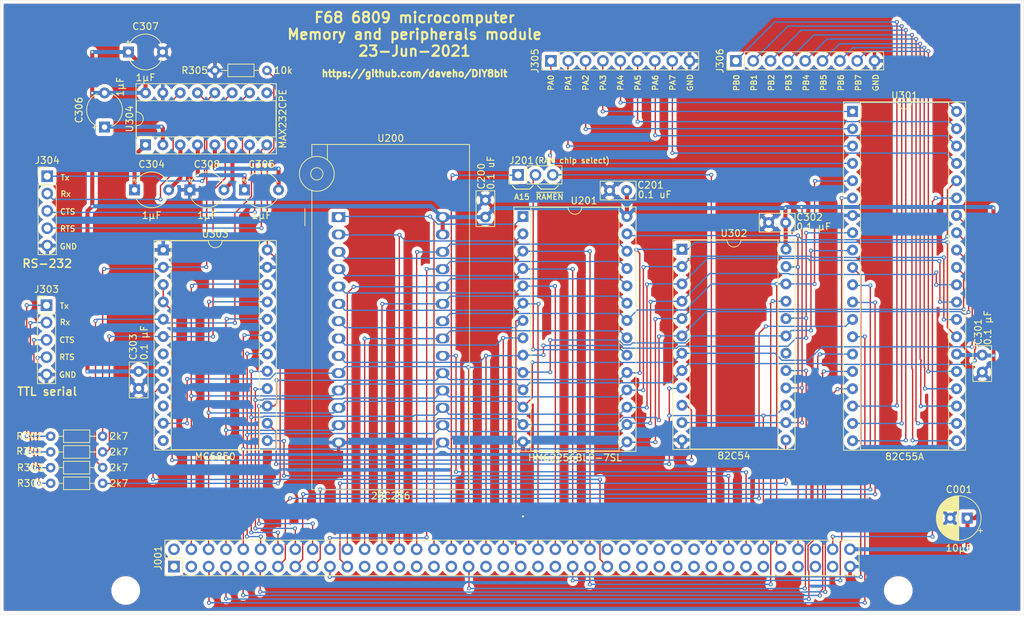
<source format=kicad_pcb>
(kicad_pcb (version 20171130) (host pcbnew 5.1.5+dfsg1-2build2)
  (title_block (rev 1))
  (layers (0 Front signal) (31 Back signal) (34 B.Paste user) (35 F.Paste user) (36 B.SilkS user) (37 F.SilkS user) (38 B.Mask user) (39 F.Mask user) (44 Edge.Cuts user))
  (net 0 "")
  (net 1 VCC)
  (net 2 GND)
  (net 3 "Net-(J001-Pad1)")
  (net 4 "Net-(J001-Pad2)")
  (net 5 /~IRQ)
  (net 6 /D0)
  (net 7 /PC0)
  (net 8 /D1)
  (net 9 /PC1)
  (net 10 /D2)
  (net 11 /PC2)
  (net 12 /D3)
  (net 13 /PC3)
  (net 14 /D4)
  (net 15 /PC4)
  (net 16 /D5)
  (net 17 /PC5)
  (net 18 /D6)
  (net 19 /PC6)
  (net 20 /D7)
  (net 21 /PC7)
  (net 22 /A8)
  (net 23 /IRQ3)
  (net 24 /A9)
  (net 25 /~IRQ1~)
  (net 26 /A10)
  (net 27 /~IRQ2~)
  (net 28 /A11)
  (net 29 /~IRQ4~)
  (net 30 /A12)
  (net 31 /~IRQ5~)
  (net 32 /A13)
  (net 33 /IRQ6)
  (net 34 /A14)
  (net 35 /~IRQ7~)
  (net 36 /A15)
  (net 37 /TCOUNT2)
  (net 38 /A0)
  (net 39 "Net-(J001-Pad37)")
  (net 40 /A1)
  (net 41 "Net-(J001-Pad39)")
  (net 42 /A2)
  (net 43 /~IOR1~)
  (net 44 /A3)
  (net 45 /~IOR2~)
  (net 46 /A4)
  (net 47 /~IOR3~)
  (net 48 /A5)
  (net 49 /~IODEV0)
  (net 50 /A6)
  (net 51 /~IODEV1)
  (net 52 /A7)
  (net 53 /~IODEV2)
  (net 54 "Net-(J001-Pad52)")
  (net 55 /~IODEV3)
  (net 56 "Net-(J001-Pad54)")
  (net 57 /~IODEV4)
  (net 58 "Net-(J001-Pad56)")
  (net 59 /~IODEV5)
  (net 60 "Net-(J001-Pad58)")
  (net 61 /~IODEV6)
  (net 62 "Net-(J001-Pad60)")
  (net 63 /~IODEV7)
  (net 64 "Net-(J001-Pad62)")
  (net 65 /~IODEV8)
  (net 66 /~IODEV9)
  (net 67 /R~W~)
  (net 68 /~IODEV10)
  (net 69 /~ROMEN~)
  (net 70 /~IODEV11)
  (net 71 /E)
  (net 72 /~IODEV12)
  (net 73 /~RMEM~)
  (net 74 /~IODEV13)
  (net 75 /~WMEM~)
  (net 76 /~IODEV14)
  (net 77 /~RST~)
  (net 78 /~IODEV15)
  (net 79 /RST)
  (net 80 "Net-(C304-Pad2)")
  (net 81 "Net-(C304-Pad1)")
  (net 82 "Net-(C305-Pad1)")
  (net 83 "Net-(C305-Pad2)")
  (net 84 "Net-(C306-Pad1)")
  (net 85 "Net-(C308-Pad2)")
  (net 86 "Net-(J303-Pad1)")
  (net 87 "Net-(J303-Pad2)")
  (net 88 "Net-(J303-Pad3)")
  (net 89 "Net-(J303-Pad4)")
  (net 90 /CorePeriphs/Ext_RTS)
  (net 91 /CorePeriphs/Ext_CTS)
  (net 92 /CorePeriphs/Ext_RxD)
  (net 93 /CorePeriphs/Ext_TxD)
  (net 94 /CorePeriphs/PA7)
  (net 95 /CorePeriphs/PA6)
  (net 96 /CorePeriphs/PA5)
  (net 97 /CorePeriphs/PA4)
  (net 98 /CorePeriphs/PA3)
  (net 99 /CorePeriphs/PA2)
  (net 100 /CorePeriphs/PA1)
  (net 101 /CorePeriphs/PA0)
  (net 102 /CorePeriphs/PB0)
  (net 103 /CorePeriphs/PB1)
  (net 104 /CorePeriphs/PB2)
  (net 105 /CorePeriphs/PB3)
  (net 106 /CorePeriphs/PB4)
  (net 107 /CorePeriphs/PB5)
  (net 108 /CorePeriphs/PB6)
  (net 109 /CorePeriphs/PB7)
  (net 110 /CorePeriphs/RxD)
  (net 111 /CorePeriphs/TxD)
  (net 112 /CorePeriphs/-RTS)
  (net 113 /CorePeriphs/-CTS)
  (net 114 "Net-(U302-Pad10)")
  (net 115 "Net-(U303-Pad7)")
  (net 116 /~RAMEN~)
  (net 117 "Net-(J201-Pad2)")
  (module MountingHole:MountingHole_3.2mm_M3 (layer Front) (at 18.4 86.5)
    (fp_text reference REF**)
    (fp_text value MountingHole_3.2mm_M3)
    (pad 1 np_thru_hole circle (at 0 0) (size 3.2 3.2) (drill 3.2) (layers *.Cu *.Mask))
  )
  (module MountingHole:MountingHole_3.2mm_M3 (layer Front) (at 131.6 86.5)
    (fp_text reference REF**)
    (fp_text value MountingHole_3.2mm_M3)
    (pad 1 np_thru_hole circle (at 0 0) (size 3.2 3.2) (drill 3.2) (layers *.Cu *.Mask))
  )
  (module Capacitor_THT:CP_Radial_D6.3mm_P2.50mm (layer Front) (at 141.7 75.9 180)
    (fp_text reference C001 (at 1.2 4.2) (layer F.SilkS))
    (fp_text value 10μF (at 1.25 -4.4) (layer F.SilkS))
    (pad 1 thru_hole rect (at 0 0 180) (size 1.6 1.6) (drill 0.8) (layers *.Cu *.Mask) (net 1 VCC))
    (pad 2 thru_hole circle (at 2.5 0 180) (size 1.6 1.6) (drill 0.8) (layers *.Cu *.Mask) (net 2 GND))
  )
  (module Capacitor_THT:C_Disc_D5.0mm_W2.5mm_P2.50mm (layer Front) (at 71.1 31.8 90)
    (fp_text reference C200 (at 6 -0.6 90) (layer F.SilkS))
    (fp_text value "0.1 uF" (at 6.5 0.8 90) (layer F.SilkS))
    (pad 1 thru_hole circle (at 0 0 90) (size 1.6 1.6) (drill 0.8) (layers *.Cu *.Mask) (net 1 VCC))
    (pad 2 thru_hole circle (at 2.5 0 90) (size 1.6 1.6) (drill 0.8) (layers *.Cu *.Mask) (net 2 GND))
  )
  (module Capacitor_THT:C_Disc_D5.0mm_W2.5mm_P2.50mm (layer Front) (at 91.8 27.9 180)
    (fp_text reference C201 (at -3.5 0.8) (layer F.SilkS))
    (fp_text value "0.1 uF" (at -4.1 -0.6) (layer F.SilkS))
    (pad 2 thru_hole circle (at 2.5 0 180) (size 1.6 1.6) (drill 0.8) (layers *.Cu *.Mask) (net 2 GND))
    (pad 1 thru_hole circle (at 0 0 180) (size 1.6 1.6) (drill 0.8) (layers *.Cu *.Mask) (net 1 VCC))
  )
  (module Capacitor_THT:C_Disc_D5.0mm_W2.5mm_P2.50mm (layer Front) (at 143.9 52 270)
    (fp_text reference C301 (at -3.4 0.6 90) (layer F.SilkS))
    (fp_text value "0.1 μF" (at -4 -0.8 90) (layer F.SilkS))
    (pad 1 thru_hole circle (at 0 0 270) (size 1.6 1.6) (drill 0.8) (layers *.Cu *.Mask) (net 1 VCC))
    (pad 2 thru_hole circle (at 2.5 0 270) (size 1.6 1.6) (drill 0.8) (layers *.Cu *.Mask) (net 2 GND))
  )
  (module Capacitor_THT:C_Disc_D5.0mm_W2.5mm_P2.50mm (layer Front) (at 115.1 32.6 180)
    (fp_text reference C302 (at -3.5 0.8) (layer F.SilkS))
    (fp_text value "0.1 μF" (at -4.1 -0.6) (layer F.SilkS))
    (pad 2 thru_hole circle (at 2.5 0 180) (size 1.6 1.6) (drill 0.8) (layers *.Cu *.Mask) (net 2 GND))
    (pad 1 thru_hole circle (at 0 0 180) (size 1.6 1.6) (drill 0.8) (layers *.Cu *.Mask) (net 1 VCC))
  )
  (module Capacitor_THT:C_Disc_D5.0mm_W2.5mm_P2.50mm (layer Front) (at 20.3 54.4 270)
    (fp_text reference C303 (at -3.6 0.8 90) (layer F.SilkS))
    (fp_text value "0.1 μF" (at -4.2 -0.8 90) (layer F.SilkS))
    (pad 1 thru_hole circle (at 0 0 270) (size 1.6 1.6) (drill 0.8) (layers *.Cu *.Mask) (net 1 VCC))
    (pad 2 thru_hole circle (at 2.5 0 270) (size 1.6 1.6) (drill 0.8) (layers *.Cu *.Mask) (net 2 GND))
  )
  (module Capacitor_THT:CP_Radial_Tantal_D5.0mm_P5.00mm (layer Front) (at 19.7 27.8)
    (fp_text reference C304 (at 2.5 -3.75) (layer F.SilkS))
    (fp_text value 1μF (at 2.5 3.75) (layer F.SilkS))
    (pad 2 thru_hole circle (at 5 0) (size 1.6 1.6) (drill 0.8) (layers *.Cu *.Mask) (net 80 "Net-(C304-Pad2)"))
    (pad 1 thru_hole rect (at 0 0) (size 1.6 1.6) (drill 0.8) (layers *.Cu *.Mask) (net 81 "Net-(C304-Pad1)"))
  )
  (module Capacitor_THT:CP_Radial_Tantal_D5.0mm_P5.00mm (layer Front) (at 35.8 27.8)
    (fp_text reference C305 (at 2.5 -3.75) (layer F.SilkS))
    (fp_text value 1μF (at 2.5 3.75) (layer F.SilkS))
    (pad 1 thru_hole rect (at 0 0) (size 1.6 1.6) (drill 0.8) (layers *.Cu *.Mask) (net 82 "Net-(C305-Pad1)"))
    (pad 2 thru_hole circle (at 5 0) (size 1.6 1.6) (drill 0.8) (layers *.Cu *.Mask) (net 83 "Net-(C305-Pad2)"))
  )
  (module Capacitor_THT:CP_Radial_Tantal_D5.0mm_P5.00mm (layer Front) (at 15.3 18.6 90)
    (fp_text reference C306 (at 2.5 -3.75 90) (layer F.SilkS))
    (fp_text value 1μF (at 5.9 2.3 90) (layer F.SilkS))
    (pad 2 thru_hole circle (at 5 0 90) (size 1.6 1.6) (drill 0.8) (layers *.Cu *.Mask) (net 1 VCC))
    (pad 1 thru_hole rect (at 0 0 90) (size 1.6 1.6) (drill 0.8) (layers *.Cu *.Mask) (net 84 "Net-(C306-Pad1)"))
  )
  (module Capacitor_THT:CP_Radial_Tantal_D5.0mm_P5.00mm (layer Front) (at 18.8 7.6)
    (fp_text reference C307 (at 2.5 -3.75) (layer F.SilkS))
    (fp_text value 1μF (at 2.5 3.75) (layer F.SilkS))
    (pad 1 thru_hole rect (at 0 0) (size 1.6 1.6) (drill 0.8) (layers *.Cu *.Mask) (net 1 VCC))
    (pad 2 thru_hole circle (at 5 0) (size 1.6 1.6) (drill 0.8) (layers *.Cu *.Mask) (net 2 GND))
  )
  (module Capacitor_THT:CP_Radial_Tantal_D5.0mm_P5.00mm (layer Front) (at 27.8 27.8)
    (fp_text reference C308 (at 2.5 -3.75) (layer F.SilkS))
    (fp_text value 1μF (at 2.5 3.75) (layer F.SilkS))
    (pad 1 thru_hole rect (at 0 0) (size 1.6 1.6) (drill 0.8) (layers *.Cu *.Mask) (net 2 GND))
    (pad 2 thru_hole circle (at 5 0) (size 1.6 1.6) (drill 0.8) (layers *.Cu *.Mask) (net 85 "Net-(C308-Pad2)"))
  )
  (module Connector_PinHeader_2.54mm:PinHeader_1x05_P2.54mm_Vertical (layer Front) (at 6.8 44.7)
    (fp_text reference J303 (at 0 -2.33) (layer F.SilkS))
    (fp_text value Conn_01x05)
    (pad 1 thru_hole rect (at 0 0) (size 1.7 1.7) (drill 1) (layers *.Cu *.Mask) (net 86 "Net-(J303-Pad1)"))
    (pad 2 thru_hole oval (at 0 2.54) (size 1.7 1.7) (drill 1) (layers *.Cu *.Mask) (net 87 "Net-(J303-Pad2)"))
    (pad 3 thru_hole oval (at 0 5.08) (size 1.7 1.7) (drill 1) (layers *.Cu *.Mask) (net 88 "Net-(J303-Pad3)"))
    (pad 4 thru_hole oval (at 0 7.62) (size 1.7 1.7) (drill 1) (layers *.Cu *.Mask) (net 89 "Net-(J303-Pad4)"))
    (pad 5 thru_hole oval (at 0 10.16) (size 1.7 1.7) (drill 1) (layers *.Cu *.Mask) (net 2 GND))
  )
  (module Connector_PinHeader_2.54mm:PinHeader_1x05_P2.54mm_Vertical (layer Front) (at 6.9 25.8)
    (fp_text reference J304 (at 0 -2.33) (layer F.SilkS))
    (fp_text value Conn_01x05)
    (pad 5 thru_hole oval (at 0 10.16) (size 1.7 1.7) (drill 1) (layers *.Cu *.Mask) (net 2 GND))
    (pad 4 thru_hole oval (at 0 7.62) (size 1.7 1.7) (drill 1) (layers *.Cu *.Mask) (net 90 /CorePeriphs/Ext_RTS))
    (pad 3 thru_hole oval (at 0 5.08) (size 1.7 1.7) (drill 1) (layers *.Cu *.Mask) (net 91 /CorePeriphs/Ext_CTS))
    (pad 2 thru_hole oval (at 0 2.54) (size 1.7 1.7) (drill 1) (layers *.Cu *.Mask) (net 92 /CorePeriphs/Ext_RxD))
    (pad 1 thru_hole rect (at 0 0) (size 1.7 1.7) (drill 1) (layers *.Cu *.Mask) (net 93 /CorePeriphs/Ext_TxD))
  )
  (module Connector_PinHeader_2.54mm:PinHeader_1x09_P2.54mm_Vertical (layer Front) (at 80.7 8.9 90)
    (fp_text reference J305 (at 0 -2.33 90) (layer F.SilkS))
    (fp_text value Conn_01x09)
    (pad 9 thru_hole oval (at 0 20.32 90) (size 1.7 1.7) (drill 1) (layers *.Cu *.Mask) (net 2 GND))
    (pad 8 thru_hole oval (at 0 17.78 90) (size 1.7 1.7) (drill 1) (layers *.Cu *.Mask) (net 94 /CorePeriphs/PA7))
    (pad 7 thru_hole oval (at 0 15.24 90) (size 1.7 1.7) (drill 1) (layers *.Cu *.Mask) (net 95 /CorePeriphs/PA6))
    (pad 6 thru_hole oval (at 0 12.7 90) (size 1.7 1.7) (drill 1) (layers *.Cu *.Mask) (net 96 /CorePeriphs/PA5))
    (pad 5 thru_hole oval (at 0 10.16 90) (size 1.7 1.7) (drill 1) (layers *.Cu *.Mask) (net 97 /CorePeriphs/PA4))
    (pad 4 thru_hole oval (at 0 7.62 90) (size 1.7 1.7) (drill 1) (layers *.Cu *.Mask) (net 98 /CorePeriphs/PA3))
    (pad 3 thru_hole oval (at 0 5.08 90) (size 1.7 1.7) (drill 1) (layers *.Cu *.Mask) (net 99 /CorePeriphs/PA2))
    (pad 2 thru_hole oval (at 0 2.54 90) (size 1.7 1.7) (drill 1) (layers *.Cu *.Mask) (net 100 /CorePeriphs/PA1))
    (pad 1 thru_hole rect (at 0 0 90) (size 1.7 1.7) (drill 1) (layers *.Cu *.Mask) (net 101 /CorePeriphs/PA0))
  )
  (module Connector_PinHeader_2.54mm:PinHeader_1x09_P2.54mm_Vertical (layer Front) (at 107.8 8.9 90)
    (fp_text reference J306 (at 0 -2.33 90) (layer F.SilkS))
    (fp_text value Conn_01x09)
    (pad 1 thru_hole rect (at 0 0 90) (size 1.7 1.7) (drill 1) (layers *.Cu *.Mask) (net 102 /CorePeriphs/PB0))
    (pad 2 thru_hole oval (at 0 2.54 90) (size 1.7 1.7) (drill 1) (layers *.Cu *.Mask) (net 103 /CorePeriphs/PB1))
    (pad 3 thru_hole oval (at 0 5.08 90) (size 1.7 1.7) (drill 1) (layers *.Cu *.Mask) (net 104 /CorePeriphs/PB2))
    (pad 4 thru_hole oval (at 0 7.62 90) (size 1.7 1.7) (drill 1) (layers *.Cu *.Mask) (net 105 /CorePeriphs/PB3))
    (pad 5 thru_hole oval (at 0 10.16 90) (size 1.7 1.7) (drill 1) (layers *.Cu *.Mask) (net 106 /CorePeriphs/PB4))
    (pad 6 thru_hole oval (at 0 12.7 90) (size 1.7 1.7) (drill 1) (layers *.Cu *.Mask) (net 107 /CorePeriphs/PB5))
    (pad 7 thru_hole oval (at 0 15.24 90) (size 1.7 1.7) (drill 1) (layers *.Cu *.Mask) (net 108 /CorePeriphs/PB6))
    (pad 8 thru_hole oval (at 0 17.78 90) (size 1.7 1.7) (drill 1) (layers *.Cu *.Mask) (net 109 /CorePeriphs/PB7))
    (pad 9 thru_hole oval (at 0 20.32 90) (size 1.7 1.7) (drill 1) (layers *.Cu *.Mask) (net 2 GND))
  )
  (module Resistor_THT:R_Axial_DIN0204_L3.6mm_D1.6mm_P7.62mm_Horizontal (layer Front) (at 7.4 63.9)
    (fp_text reference R301 (at -3.1 0) (layer F.SilkS))
    (fp_text value 2k7 (at 10 0) (layer F.SilkS))
    (pad 1 thru_hole circle (at 0 0) (size 1.4 1.4) (drill 0.7) (layers *.Cu *.Mask) (net 86 "Net-(J303-Pad1)"))
    (pad 2 thru_hole oval (at 7.62 0) (size 1.4 1.4) (drill 0.7) (layers *.Cu *.Mask) (net 110 /CorePeriphs/RxD))
  )
  (module Resistor_THT:R_Axial_DIN0204_L3.6mm_D1.6mm_P7.62mm_Horizontal (layer Front) (at 7.4 66.2)
    (fp_text reference R302 (at -3.1 -0.1) (layer F.SilkS))
    (fp_text value 2k7 (at 10 0) (layer F.SilkS))
    (pad 2 thru_hole oval (at 7.62 0) (size 1.4 1.4) (drill 0.7) (layers *.Cu *.Mask) (net 111 /CorePeriphs/TxD))
    (pad 1 thru_hole circle (at 0 0) (size 1.4 1.4) (drill 0.7) (layers *.Cu *.Mask) (net 87 "Net-(J303-Pad2)"))
  )
  (module Resistor_THT:R_Axial_DIN0204_L3.6mm_D1.6mm_P7.62mm_Horizontal (layer Front) (at 7.4 68.5)
    (fp_text reference R303 (at -3 0) (layer F.SilkS))
    (fp_text value 2k7 (at 10 0) (layer F.SilkS))
    (pad 1 thru_hole circle (at 0 0) (size 1.4 1.4) (drill 0.7) (layers *.Cu *.Mask) (net 88 "Net-(J303-Pad3)"))
    (pad 2 thru_hole oval (at 7.62 0) (size 1.4 1.4) (drill 0.7) (layers *.Cu *.Mask) (net 112 /CorePeriphs/-RTS))
  )
  (module Resistor_THT:R_Axial_DIN0204_L3.6mm_D1.6mm_P7.62mm_Horizontal (layer Front) (at 7.4 70.8)
    (fp_text reference R304 (at -3 0) (layer F.SilkS))
    (fp_text value 2k7 (at 10 0) (layer F.SilkS))
    (pad 2 thru_hole oval (at 7.62 0) (size 1.4 1.4) (drill 0.7) (layers *.Cu *.Mask) (net 113 /CorePeriphs/-CTS))
    (pad 1 thru_hole circle (at 0 0) (size 1.4 1.4) (drill 0.7) (layers *.Cu *.Mask) (net 89 "Net-(J303-Pad4)"))
  )
  (module Resistor_THT:R_Axial_DIN0204_L3.6mm_D1.6mm_P7.62mm_Horizontal (layer Front) (at 39.1 10.3 180)
    (fp_text reference R305 (at 10.6 0) (layer F.SilkS))
    (fp_text value 10k (at -2.4 0) (layer F.SilkS))
    (pad 1 thru_hole circle (at 0 0 180) (size 1.4 1.4) (drill 0.7) (layers *.Cu *.Mask) (net 113 /CorePeriphs/-CTS))
    (pad 2 thru_hole oval (at 7.62 0 180) (size 1.4 1.4) (drill 0.7) (layers *.Cu *.Mask) (net 2 GND))
  )
  (module Socket:DIP_Socket-28_W11.9_W12.7_W15.24_W17.78_W18.5_3M_228-1277-00-0602J (layer Front) (at 49.6 31.8)
    (fp_text reference U200 (at 7.62 -11.56) (layer F.SilkS))
    (fp_text value 28C256 (at 7.62 40.84) (layer F.SilkS))
    (pad 1 thru_hole rect (at 0 0) (size 2 1.44) (drill 1) (layers *.Cu *.Mask) (net 34 /A14))
    (pad 28 thru_hole oval (at 15.24 0) (size 2 1.44) (drill 1) (layers *.Cu *.Mask) (net 1 VCC))
    (pad 2 thru_hole oval (at 0 2.54) (size 2 1.44) (drill 1) (layers *.Cu *.Mask) (net 30 /A12))
    (pad 27 thru_hole oval (at 15.24 2.54) (size 2 1.44) (drill 1) (layers *.Cu *.Mask) (net 1 VCC))
    (pad 3 thru_hole oval (at 0 5.08) (size 2 1.44) (drill 1) (layers *.Cu *.Mask) (net 52 /A7))
    (pad 26 thru_hole oval (at 15.24 5.08) (size 2 1.44) (drill 1) (layers *.Cu *.Mask) (net 32 /A13))
    (pad 4 thru_hole oval (at 0 7.62) (size 2 1.44) (drill 1) (layers *.Cu *.Mask) (net 50 /A6))
    (pad 25 thru_hole oval (at 15.24 7.62) (size 2 1.44) (drill 1) (layers *.Cu *.Mask) (net 22 /A8))
    (pad 5 thru_hole oval (at 0 10.16) (size 2 1.44) (drill 1) (layers *.Cu *.Mask) (net 48 /A5))
    (pad 24 thru_hole oval (at 15.24 10.16) (size 2 1.44) (drill 1) (layers *.Cu *.Mask) (net 24 /A9))
    (pad 6 thru_hole oval (at 0 12.7) (size 2 1.44) (drill 1) (layers *.Cu *.Mask) (net 46 /A4))
    (pad 23 thru_hole oval (at 15.24 12.7) (size 2 1.44) (drill 1) (layers *.Cu *.Mask) (net 28 /A11))
    (pad 7 thru_hole oval (at 0 15.24) (size 2 1.44) (drill 1) (layers *.Cu *.Mask) (net 44 /A3))
    (pad 22 thru_hole oval (at 15.24 15.24) (size 2 1.44) (drill 1) (layers *.Cu *.Mask) (net 73 /~RMEM~))
    (pad 8 thru_hole oval (at 0 17.78) (size 2 1.44) (drill 1) (layers *.Cu *.Mask) (net 42 /A2))
    (pad 21 thru_hole oval (at 15.24 17.78) (size 2 1.44) (drill 1) (layers *.Cu *.Mask) (net 26 /A10))
    (pad 9 thru_hole oval (at 0 20.32) (size 2 1.44) (drill 1) (layers *.Cu *.Mask) (net 40 /A1))
    (pad 20 thru_hole oval (at 15.24 20.32) (size 2 1.44) (drill 1) (layers *.Cu *.Mask) (net 69 /~ROMEN~))
    (pad 10 thru_hole oval (at 0 22.86) (size 2 1.44) (drill 1) (layers *.Cu *.Mask) (net 38 /A0))
    (pad 19 thru_hole oval (at 15.24 22.86) (size 2 1.44) (drill 1) (layers *.Cu *.Mask) (net 20 /D7))
    (pad 11 thru_hole oval (at 0 25.4) (size 2 1.44) (drill 1) (layers *.Cu *.Mask) (net 6 /D0))
    (pad 18 thru_hole oval (at 15.24 25.4) (size 2 1.44) (drill 1) (layers *.Cu *.Mask) (net 18 /D6))
    (pad 12 thru_hole oval (at 0 27.94) (size 2 1.44) (drill 1) (layers *.Cu *.Mask) (net 8 /D1))
    (pad 17 thru_hole oval (at 15.24 27.94) (size 2 1.44) (drill 1) (layers *.Cu *.Mask) (net 16 /D5))
    (pad 13 thru_hole oval (at 0 30.48) (size 2 1.44) (drill 1) (layers *.Cu *.Mask) (net 10 /D2))
    (pad 16 thru_hole oval (at 15.24 30.48) (size 2 1.44) (drill 1) (layers *.Cu *.Mask) (net 14 /D4))
    (pad 14 thru_hole oval (at 0 33.02) (size 2 1.44) (drill 1) (layers *.Cu *.Mask) (net 2 GND))
    (pad 15 thru_hole oval (at 15.24 33.02) (size 2 1.44) (drill 1) (layers *.Cu *.Mask) (net 12 /D3))
  )
  (module Package_DIP:DIP-28_W15.24mm_Socket (layer Front) (at 76.6 31.7)
    (fp_text reference U201 (at 8.9472 -2.3122) (layer F.SilkS))
    (fp_text value HM62256BLP-7SL (at 7.62 35.35) (layer F.SilkS))
    (pad 1 thru_hole rect (at 0 0) (size 1.6 1.6) (drill 0.8) (layers *.Cu *.Mask) (net 34 /A14))
    (pad 15 thru_hole oval (at 15.24 33.02) (size 1.6 1.6) (drill 0.8) (layers *.Cu *.Mask) (net 12 /D3))
    (pad 2 thru_hole oval (at 0 2.54) (size 1.6 1.6) (drill 0.8) (layers *.Cu *.Mask) (net 30 /A12))
    (pad 16 thru_hole oval (at 15.24 30.48) (size 1.6 1.6) (drill 0.8) (layers *.Cu *.Mask) (net 14 /D4))
    (pad 3 thru_hole oval (at 0 5.08) (size 1.6 1.6) (drill 0.8) (layers *.Cu *.Mask) (net 52 /A7))
    (pad 17 thru_hole oval (at 15.24 27.94) (size 1.6 1.6) (drill 0.8) (layers *.Cu *.Mask) (net 16 /D5))
    (pad 4 thru_hole oval (at 0 7.62) (size 1.6 1.6) (drill 0.8) (layers *.Cu *.Mask) (net 50 /A6))
    (pad 18 thru_hole oval (at 15.24 25.4) (size 1.6 1.6) (drill 0.8) (layers *.Cu *.Mask) (net 18 /D6))
    (pad 5 thru_hole oval (at 0 10.16) (size 1.6 1.6) (drill 0.8) (layers *.Cu *.Mask) (net 48 /A5))
    (pad 19 thru_hole oval (at 15.24 22.86) (size 1.6 1.6) (drill 0.8) (layers *.Cu *.Mask) (net 20 /D7))
    (pad 6 thru_hole oval (at 0 12.7) (size 1.6 1.6) (drill 0.8) (layers *.Cu *.Mask) (net 46 /A4))
    (pad 20 thru_hole oval (at 15.24 20.32) (size 1.6 1.6) (drill 0.8) (layers *.Cu *.Mask) (net 117 "Net-(J201-Pad2)"))
    (pad 7 thru_hole oval (at 0 15.24) (size 1.6 1.6) (drill 0.8) (layers *.Cu *.Mask) (net 44 /A3))
    (pad 21 thru_hole oval (at 15.24 17.78) (size 1.6 1.6) (drill 0.8) (layers *.Cu *.Mask) (net 26 /A10))
    (pad 8 thru_hole oval (at 0 17.78) (size 1.6 1.6) (drill 0.8) (layers *.Cu *.Mask) (net 42 /A2))
    (pad 22 thru_hole oval (at 15.24 15.24) (size 1.6 1.6) (drill 0.8) (layers *.Cu *.Mask) (net 73 /~RMEM~))
    (pad 9 thru_hole oval (at 0 20.32) (size 1.6 1.6) (drill 0.8) (layers *.Cu *.Mask) (net 40 /A1))
    (pad 23 thru_hole oval (at 15.24 12.7) (size 1.6 1.6) (drill 0.8) (layers *.Cu *.Mask) (net 28 /A11))
    (pad 10 thru_hole oval (at 0 22.86) (size 1.6 1.6) (drill 0.8) (layers *.Cu *.Mask) (net 38 /A0))
    (pad 24 thru_hole oval (at 15.24 10.16) (size 1.6 1.6) (drill 0.8) (layers *.Cu *.Mask) (net 24 /A9))
    (pad 11 thru_hole oval (at 0 25.4) (size 1.6 1.6) (drill 0.8) (layers *.Cu *.Mask) (net 6 /D0))
    (pad 25 thru_hole oval (at 15.24 7.62) (size 1.6 1.6) (drill 0.8) (layers *.Cu *.Mask) (net 22 /A8))
    (pad 12 thru_hole oval (at 0 27.94) (size 1.6 1.6) (drill 0.8) (layers *.Cu *.Mask) (net 8 /D1))
    (pad 26 thru_hole oval (at 15.24 5.08) (size 1.6 1.6) (drill 0.8) (layers *.Cu *.Mask) (net 32 /A13))
    (pad 13 thru_hole oval (at 0 30.48) (size 1.6 1.6) (drill 0.8) (layers *.Cu *.Mask) (net 10 /D2))
    (pad 27 thru_hole oval (at 15.24 2.54) (size 1.6 1.6) (drill 0.8) (layers *.Cu *.Mask) (net 75 /~WMEM~))
    (pad 14 thru_hole oval (at 0 33.02) (size 1.6 1.6) (drill 0.8) (layers *.Cu *.Mask) (net 2 GND))
    (pad 28 thru_hole oval (at 15.24 0) (size 1.6 1.6) (drill 0.8) (layers *.Cu *.Mask) (net 1 VCC))
  )
  (module Package_DIP:DIP-40_W15.24mm_Socket (layer Front) (at 124.9 16.3)
    (fp_text reference U301 (at 7.62 -2.33) (layer F.SilkS))
    (fp_text value 82C55A (at 7.62 50.59) (layer F.SilkS))
    (pad 40 thru_hole oval (at 15.24 0) (size 1.6 1.6) (drill 0.8) (layers *.Cu *.Mask) (net 97 /CorePeriphs/PA4))
    (pad 20 thru_hole oval (at 0 48.26) (size 1.6 1.6) (drill 0.8) (layers *.Cu *.Mask) (net 104 /CorePeriphs/PB2))
    (pad 39 thru_hole oval (at 15.24 2.54) (size 1.6 1.6) (drill 0.8) (layers *.Cu *.Mask) (net 96 /CorePeriphs/PA5))
    (pad 19 thru_hole oval (at 0 45.72) (size 1.6 1.6) (drill 0.8) (layers *.Cu *.Mask) (net 103 /CorePeriphs/PB1))
    (pad 38 thru_hole oval (at 15.24 5.08) (size 1.6 1.6) (drill 0.8) (layers *.Cu *.Mask) (net 95 /CorePeriphs/PA6))
    (pad 18 thru_hole oval (at 0 43.18) (size 1.6 1.6) (drill 0.8) (layers *.Cu *.Mask) (net 102 /CorePeriphs/PB0))
    (pad 37 thru_hole oval (at 15.24 7.62) (size 1.6 1.6) (drill 0.8) (layers *.Cu *.Mask) (net 94 /CorePeriphs/PA7))
    (pad 17 thru_hole oval (at 0 40.64) (size 1.6 1.6) (drill 0.8) (layers *.Cu *.Mask) (net 13 /PC3))
    (pad 36 thru_hole oval (at 15.24 10.16) (size 1.6 1.6) (drill 0.8) (layers *.Cu *.Mask) (net 75 /~WMEM~))
    (pad 16 thru_hole oval (at 0 38.1) (size 1.6 1.6) (drill 0.8) (layers *.Cu *.Mask) (net 11 /PC2))
    (pad 35 thru_hole oval (at 15.24 12.7) (size 1.6 1.6) (drill 0.8) (layers *.Cu *.Mask) (net 79 /RST))
    (pad 15 thru_hole oval (at 0 35.56) (size 1.6 1.6) (drill 0.8) (layers *.Cu *.Mask) (net 9 /PC1))
    (pad 34 thru_hole oval (at 15.24 15.24) (size 1.6 1.6) (drill 0.8) (layers *.Cu *.Mask) (net 6 /D0))
    (pad 14 thru_hole oval (at 0 33.02) (size 1.6 1.6) (drill 0.8) (layers *.Cu *.Mask) (net 7 /PC0))
    (pad 33 thru_hole oval (at 15.24 17.78) (size 1.6 1.6) (drill 0.8) (layers *.Cu *.Mask) (net 8 /D1))
    (pad 13 thru_hole oval (at 0 30.48) (size 1.6 1.6) (drill 0.8) (layers *.Cu *.Mask) (net 15 /PC4))
    (pad 32 thru_hole oval (at 15.24 20.32) (size 1.6 1.6) (drill 0.8) (layers *.Cu *.Mask) (net 10 /D2))
    (pad 12 thru_hole oval (at 0 27.94) (size 1.6 1.6) (drill 0.8) (layers *.Cu *.Mask) (net 17 /PC5))
    (pad 31 thru_hole oval (at 15.24 22.86) (size 1.6 1.6) (drill 0.8) (layers *.Cu *.Mask) (net 12 /D3))
    (pad 11 thru_hole oval (at 0 25.4) (size 1.6 1.6) (drill 0.8) (layers *.Cu *.Mask) (net 19 /PC6))
    (pad 30 thru_hole oval (at 15.24 25.4) (size 1.6 1.6) (drill 0.8) (layers *.Cu *.Mask) (net 14 /D4))
    (pad 10 thru_hole oval (at 0 22.86) (size 1.6 1.6) (drill 0.8) (layers *.Cu *.Mask) (net 21 /PC7))
    (pad 29 thru_hole oval (at 15.24 27.94) (size 1.6 1.6) (drill 0.8) (layers *.Cu *.Mask) (net 16 /D5))
    (pad 9 thru_hole oval (at 0 20.32) (size 1.6 1.6) (drill 0.8) (layers *.Cu *.Mask) (net 38 /A0))
    (pad 28 thru_hole oval (at 15.24 30.48) (size 1.6 1.6) (drill 0.8) (layers *.Cu *.Mask) (net 18 /D6))
    (pad 8 thru_hole oval (at 0 17.78) (size 1.6 1.6) (drill 0.8) (layers *.Cu *.Mask) (net 40 /A1))
    (pad 27 thru_hole oval (at 15.24 33.02) (size 1.6 1.6) (drill 0.8) (layers *.Cu *.Mask) (net 20 /D7))
    (pad 7 thru_hole oval (at 0 15.24) (size 1.6 1.6) (drill 0.8) (layers *.Cu *.Mask) (net 2 GND))
    (pad 26 thru_hole oval (at 15.24 35.56) (size 1.6 1.6) (drill 0.8) (layers *.Cu *.Mask) (net 1 VCC))
    (pad 6 thru_hole oval (at 0 12.7) (size 1.6 1.6) (drill 0.8) (layers *.Cu *.Mask) (net 49 /~IODEV0))
    (pad 25 thru_hole oval (at 15.24 38.1) (size 1.6 1.6) (drill 0.8) (layers *.Cu *.Mask) (net 109 /CorePeriphs/PB7))
    (pad 5 thru_hole oval (at 0 10.16) (size 1.6 1.6) (drill 0.8) (layers *.Cu *.Mask) (net 73 /~RMEM~))
    (pad 24 thru_hole oval (at 15.24 40.64) (size 1.6 1.6) (drill 0.8) (layers *.Cu *.Mask) (net 108 /CorePeriphs/PB6))
    (pad 4 thru_hole oval (at 0 7.62) (size 1.6 1.6) (drill 0.8) (layers *.Cu *.Mask) (net 101 /CorePeriphs/PA0))
    (pad 23 thru_hole oval (at 15.24 43.18) (size 1.6 1.6) (drill 0.8) (layers *.Cu *.Mask) (net 107 /CorePeriphs/PB5))
    (pad 3 thru_hole oval (at 0 5.08) (size 1.6 1.6) (drill 0.8) (layers *.Cu *.Mask) (net 100 /CorePeriphs/PA1))
    (pad 22 thru_hole oval (at 15.24 45.72) (size 1.6 1.6) (drill 0.8) (layers *.Cu *.Mask) (net 106 /CorePeriphs/PB4))
    (pad 2 thru_hole oval (at 0 2.54) (size 1.6 1.6) (drill 0.8) (layers *.Cu *.Mask) (net 99 /CorePeriphs/PA2))
    (pad 21 thru_hole oval (at 15.24 48.26) (size 1.6 1.6) (drill 0.8) (layers *.Cu *.Mask) (net 105 /CorePeriphs/PB3))
    (pad 1 thru_hole rect (at 0 0) (size 1.6 1.6) (drill 0.8) (layers *.Cu *.Mask) (net 98 /CorePeriphs/PA3))
  )
  (module Package_DIP:DIP-24_W15.24mm_Socket (layer Front) (at 99.9 36.5)
    (fp_text reference U302 (at 7.62 -2.33) (layer F.SilkS))
    (fp_text value 82C54 (at 7.62 30.27) (layer F.SilkS))
    (pad 24 thru_hole oval (at 15.24 0) (size 1.6 1.6) (drill 0.8) (layers *.Cu *.Mask) (net 1 VCC))
    (pad 12 thru_hole oval (at 0 27.94) (size 1.6 1.6) (drill 0.8) (layers *.Cu *.Mask) (net 2 GND))
    (pad 23 thru_hole oval (at 15.24 2.54) (size 1.6 1.6) (drill 0.8) (layers *.Cu *.Mask) (net 75 /~WMEM~))
    (pad 11 thru_hole oval (at 0 25.4) (size 1.6 1.6) (drill 0.8) (layers *.Cu *.Mask) (net 1 VCC))
    (pad 22 thru_hole oval (at 15.24 5.08) (size 1.6 1.6) (drill 0.8) (layers *.Cu *.Mask) (net 73 /~RMEM~))
    (pad 10 thru_hole oval (at 0 22.86) (size 1.6 1.6) (drill 0.8) (layers *.Cu *.Mask) (net 114 "Net-(U302-Pad10)"))
    (pad 21 thru_hole oval (at 15.24 7.62) (size 1.6 1.6) (drill 0.8) (layers *.Cu *.Mask) (net 51 /~IODEV1))
    (pad 9 thru_hole oval (at 0 20.32) (size 1.6 1.6) (drill 0.8) (layers *.Cu *.Mask) (net 71 /E))
    (pad 20 thru_hole oval (at 15.24 10.16) (size 1.6 1.6) (drill 0.8) (layers *.Cu *.Mask) (net 40 /A1))
    (pad 8 thru_hole oval (at 0 17.78) (size 1.6 1.6) (drill 0.8) (layers *.Cu *.Mask) (net 6 /D0))
    (pad 19 thru_hole oval (at 15.24 12.7) (size 1.6 1.6) (drill 0.8) (layers *.Cu *.Mask) (net 38 /A0))
    (pad 7 thru_hole oval (at 0 15.24) (size 1.6 1.6) (drill 0.8) (layers *.Cu *.Mask) (net 8 /D1))
    (pad 18 thru_hole oval (at 15.24 15.24) (size 1.6 1.6) (drill 0.8) (layers *.Cu *.Mask) (net 71 /E))
    (pad 6 thru_hole oval (at 0 12.7) (size 1.6 1.6) (drill 0.8) (layers *.Cu *.Mask) (net 10 /D2))
    (pad 17 thru_hole oval (at 15.24 17.78) (size 1.6 1.6) (drill 0.8) (layers *.Cu *.Mask) (net 37 /TCOUNT2))
    (pad 5 thru_hole oval (at 0 10.16) (size 1.6 1.6) (drill 0.8) (layers *.Cu *.Mask) (net 12 /D3))
    (pad 16 thru_hole oval (at 15.24 20.32) (size 1.6 1.6) (drill 0.8) (layers *.Cu *.Mask) (net 1 VCC))
    (pad 4 thru_hole oval (at 0 7.62) (size 1.6 1.6) (drill 0.8) (layers *.Cu *.Mask) (net 14 /D4))
    (pad 15 thru_hole oval (at 15.24 22.86) (size 1.6 1.6) (drill 0.8) (layers *.Cu *.Mask) (net 71 /E))
    (pad 3 thru_hole oval (at 0 5.08) (size 1.6 1.6) (drill 0.8) (layers *.Cu *.Mask) (net 16 /D5))
    (pad 14 thru_hole oval (at 15.24 25.4) (size 1.6 1.6) (drill 0.8) (layers *.Cu *.Mask) (net 1 VCC))
    (pad 2 thru_hole oval (at 0 2.54) (size 1.6 1.6) (drill 0.8) (layers *.Cu *.Mask) (net 18 /D6))
    (pad 13 thru_hole oval (at 15.24 27.94) (size 1.6 1.6) (drill 0.8) (layers *.Cu *.Mask) (net 23 /IRQ3))
    (pad 1 thru_hole rect (at 0 0) (size 1.6 1.6) (drill 0.8) (layers *.Cu *.Mask) (net 20 /D7))
  )
  (module Package_DIP:DIP-24_W15.24mm_Socket (layer Front) (at 23.9 36.6)
    (fp_text reference U303 (at 7.62 -2.33) (layer F.SilkS))
    (fp_text value MC6850 (at 7.62 30.27) (layer F.SilkS))
    (pad 1 thru_hole rect (at 0 0) (size 1.6 1.6) (drill 0.8) (layers *.Cu *.Mask) (net 2 GND))
    (pad 13 thru_hole oval (at 15.24 27.94) (size 1.6 1.6) (drill 0.8) (layers *.Cu *.Mask) (net 67 /R~W~))
    (pad 2 thru_hole oval (at 0 2.54) (size 1.6 1.6) (drill 0.8) (layers *.Cu *.Mask) (net 110 /CorePeriphs/RxD))
    (pad 14 thru_hole oval (at 15.24 25.4) (size 1.6 1.6) (drill 0.8) (layers *.Cu *.Mask) (net 71 /E))
    (pad 3 thru_hole oval (at 0 5.08) (size 1.6 1.6) (drill 0.8) (layers *.Cu *.Mask) (net 114 "Net-(U302-Pad10)"))
    (pad 15 thru_hole oval (at 15.24 22.86) (size 1.6 1.6) (drill 0.8) (layers *.Cu *.Mask) (net 20 /D7))
    (pad 4 thru_hole oval (at 0 7.62) (size 1.6 1.6) (drill 0.8) (layers *.Cu *.Mask) (net 114 "Net-(U302-Pad10)"))
    (pad 16 thru_hole oval (at 15.24 20.32) (size 1.6 1.6) (drill 0.8) (layers *.Cu *.Mask) (net 18 /D6))
    (pad 5 thru_hole oval (at 0 10.16) (size 1.6 1.6) (drill 0.8) (layers *.Cu *.Mask) (net 112 /CorePeriphs/-RTS))
    (pad 17 thru_hole oval (at 15.24 17.78) (size 1.6 1.6) (drill 0.8) (layers *.Cu *.Mask) (net 16 /D5))
    (pad 6 thru_hole oval (at 0 12.7) (size 1.6 1.6) (drill 0.8) (layers *.Cu *.Mask) (net 111 /CorePeriphs/TxD))
    (pad 18 thru_hole oval (at 15.24 15.24) (size 1.6 1.6) (drill 0.8) (layers *.Cu *.Mask) (net 14 /D4))
    (pad 7 thru_hole oval (at 0 15.24) (size 1.6 1.6) (drill 0.8) (layers *.Cu *.Mask) (net 115 "Net-(U303-Pad7)"))
    (pad 19 thru_hole oval (at 15.24 12.7) (size 1.6 1.6) (drill 0.8) (layers *.Cu *.Mask) (net 12 /D3))
    (pad 8 thru_hole oval (at 0 17.78) (size 1.6 1.6) (drill 0.8) (layers *.Cu *.Mask) (net 1 VCC))
    (pad 20 thru_hole oval (at 15.24 10.16) (size 1.6 1.6) (drill 0.8) (layers *.Cu *.Mask) (net 10 /D2))
    (pad 9 thru_hole oval (at 0 20.32) (size 1.6 1.6) (drill 0.8) (layers *.Cu *.Mask) (net 53 /~IODEV2))
    (pad 21 thru_hole oval (at 15.24 7.62) (size 1.6 1.6) (drill 0.8) (layers *.Cu *.Mask) (net 8 /D1))
    (pad 10 thru_hole oval (at 0 22.86) (size 1.6 1.6) (drill 0.8) (layers *.Cu *.Mask) (net 1 VCC))
    (pad 22 thru_hole oval (at 15.24 5.08) (size 1.6 1.6) (drill 0.8) (layers *.Cu *.Mask) (net 6 /D0))
    (pad 11 thru_hole oval (at 0 25.4) (size 1.6 1.6) (drill 0.8) (layers *.Cu *.Mask) (net 38 /A0))
    (pad 23 thru_hole oval (at 15.24 2.54) (size 1.6 1.6) (drill 0.8) (layers *.Cu *.Mask) (net 2 GND))
    (pad 12 thru_hole oval (at 0 27.94) (size 1.6 1.6) (drill 0.8) (layers *.Cu *.Mask) (net 1 VCC))
    (pad 24 thru_hole oval (at 15.24 0) (size 1.6 1.6) (drill 0.8) (layers *.Cu *.Mask) (net 113 /CorePeriphs/-CTS))
  )
  (module Package_DIP:DIP-16_W7.62mm_Socket (layer Front) (at 21.3 21.2 90)
    (fp_text reference U304 (at 3.81 -2.33 90) (layer F.SilkS))
    (fp_text value MAX232CPE (at 3.81 20.11 90) (layer F.SilkS))
    (pad 1 thru_hole rect (at 0 0 90) (size 1.6 1.6) (drill 0.8) (layers *.Cu *.Mask) (net 81 "Net-(C304-Pad1)"))
    (pad 9 thru_hole oval (at 7.62 17.78 90) (size 1.6 1.6) (drill 0.8) (layers *.Cu *.Mask) (net 113 /CorePeriphs/-CTS))
    (pad 2 thru_hole oval (at 0 2.54 90) (size 1.6 1.6) (drill 0.8) (layers *.Cu *.Mask) (net 84 "Net-(C306-Pad1)"))
    (pad 10 thru_hole oval (at 7.62 15.24 90) (size 1.6 1.6) (drill 0.8) (layers *.Cu *.Mask) (net 112 /CorePeriphs/-RTS))
    (pad 3 thru_hole oval (at 0 5.08 90) (size 1.6 1.6) (drill 0.8) (layers *.Cu *.Mask) (net 80 "Net-(C304-Pad2)"))
    (pad 11 thru_hole oval (at 7.62 12.7 90) (size 1.6 1.6) (drill 0.8) (layers *.Cu *.Mask) (net 111 /CorePeriphs/TxD))
    (pad 4 thru_hole oval (at 0 7.62 90) (size 1.6 1.6) (drill 0.8) (layers *.Cu *.Mask) (net 82 "Net-(C305-Pad1)"))
    (pad 12 thru_hole oval (at 7.62 10.16 90) (size 1.6 1.6) (drill 0.8) (layers *.Cu *.Mask) (net 110 /CorePeriphs/RxD))
    (pad 5 thru_hole oval (at 0 10.16 90) (size 1.6 1.6) (drill 0.8) (layers *.Cu *.Mask) (net 83 "Net-(C305-Pad2)"))
    (pad 13 thru_hole oval (at 7.62 7.62 90) (size 1.6 1.6) (drill 0.8) (layers *.Cu *.Mask) (net 93 /CorePeriphs/Ext_TxD))
    (pad 6 thru_hole oval (at 0 12.7 90) (size 1.6 1.6) (drill 0.8) (layers *.Cu *.Mask) (net 85 "Net-(C308-Pad2)"))
    (pad 14 thru_hole oval (at 7.62 5.08 90) (size 1.6 1.6) (drill 0.8) (layers *.Cu *.Mask) (net 92 /CorePeriphs/Ext_RxD))
    (pad 7 thru_hole oval (at 0 15.24 90) (size 1.6 1.6) (drill 0.8) (layers *.Cu *.Mask) (net 91 /CorePeriphs/Ext_CTS))
    (pad 15 thru_hole oval (at 7.62 2.54 90) (size 1.6 1.6) (drill 0.8) (layers *.Cu *.Mask) (net 2 GND))
    (pad 8 thru_hole oval (at 0 17.78 90) (size 1.6 1.6) (drill 0.8) (layers *.Cu *.Mask) (net 90 /CorePeriphs/Ext_RTS))
    (pad 16 thru_hole oval (at 7.62 0 90) (size 1.6 1.6) (drill 0.8) (layers *.Cu *.Mask) (net 1 VCC))
  )
  (module Connector_PinHeader_2.54mm:PinHeader_2x40_P2.54mm_Vertical (layer Front) (at 25.47 83 90)
    (fp_text reference J001 (at 1.27 -2.33 90) (layer F.SilkS))
    (fp_text value Conn_02x40_Odd_Even)
    (pad 1 thru_hole rect (at 0 0 90) (size 1.7 1.7) (drill 1) (layers *.Cu *.Mask) (net 3 "Net-(J001-Pad1)"))
    (pad 2 thru_hole oval (at 2.54 0 90) (size 1.7 1.7) (drill 1) (layers *.Cu *.Mask) (net 4 "Net-(J001-Pad2)"))
    (pad 3 thru_hole oval (at 0 2.54 90) (size 1.7 1.7) (drill 1) (layers *.Cu *.Mask) (net 5 /~IRQ))
    (pad 4 thru_hole oval (at 2.54 2.54 90) (size 1.7 1.7) (drill 1) (layers *.Cu *.Mask) (net 6 /D0))
    (pad 5 thru_hole oval (at 0 5.08 90) (size 1.7 1.7) (drill 1) (layers *.Cu *.Mask) (net 7 /PC0))
    (pad 6 thru_hole oval (at 2.54 5.08 90) (size 1.7 1.7) (drill 1) (layers *.Cu *.Mask) (net 8 /D1))
    (pad 7 thru_hole oval (at 0 7.62 90) (size 1.7 1.7) (drill 1) (layers *.Cu *.Mask) (net 9 /PC1))
    (pad 8 thru_hole oval (at 2.54 7.62 90) (size 1.7 1.7) (drill 1) (layers *.Cu *.Mask) (net 10 /D2))
    (pad 9 thru_hole oval (at 0 10.16 90) (size 1.7 1.7) (drill 1) (layers *.Cu *.Mask) (net 11 /PC2))
    (pad 10 thru_hole oval (at 2.54 10.16 90) (size 1.7 1.7) (drill 1) (layers *.Cu *.Mask) (net 12 /D3))
    (pad 11 thru_hole oval (at 0 12.7 90) (size 1.7 1.7) (drill 1) (layers *.Cu *.Mask) (net 13 /PC3))
    (pad 12 thru_hole oval (at 2.54 12.7 90) (size 1.7 1.7) (drill 1) (layers *.Cu *.Mask) (net 14 /D4))
    (pad 13 thru_hole oval (at 0 15.24 90) (size 1.7 1.7) (drill 1) (layers *.Cu *.Mask) (net 15 /PC4))
    (pad 14 thru_hole oval (at 2.54 15.24 90) (size 1.7 1.7) (drill 1) (layers *.Cu *.Mask) (net 16 /D5))
    (pad 15 thru_hole oval (at 0 17.78 90) (size 1.7 1.7) (drill 1) (layers *.Cu *.Mask) (net 17 /PC5))
    (pad 16 thru_hole oval (at 2.54 17.78 90) (size 1.7 1.7) (drill 1) (layers *.Cu *.Mask) (net 18 /D6))
    (pad 17 thru_hole oval (at 0 20.32 90) (size 1.7 1.7) (drill 1) (layers *.Cu *.Mask) (net 19 /PC6))
    (pad 18 thru_hole oval (at 2.54 20.32 90) (size 1.7 1.7) (drill 1) (layers *.Cu *.Mask) (net 20 /D7))
    (pad 19 thru_hole oval (at 0 22.86 90) (size 1.7 1.7) (drill 1) (layers *.Cu *.Mask) (net 21 /PC7))
    (pad 20 thru_hole oval (at 2.54 22.86 90) (size 1.7 1.7) (drill 1) (layers *.Cu *.Mask) (net 22 /A8))
    (pad 21 thru_hole oval (at 0 25.4 90) (size 1.7 1.7) (drill 1) (layers *.Cu *.Mask) (net 23 /IRQ3))
    (pad 22 thru_hole oval (at 2.54 25.4 90) (size 1.7 1.7) (drill 1) (layers *.Cu *.Mask) (net 24 /A9))
    (pad 23 thru_hole oval (at 0 27.94 90) (size 1.7 1.7) (drill 1) (layers *.Cu *.Mask) (net 25 /~IRQ1~))
    (pad 24 thru_hole oval (at 2.54 27.94 90) (size 1.7 1.7) (drill 1) (layers *.Cu *.Mask) (net 26 /A10))
    (pad 25 thru_hole oval (at 0 30.48 90) (size 1.7 1.7) (drill 1) (layers *.Cu *.Mask) (net 27 /~IRQ2~))
    (pad 26 thru_hole oval (at 2.54 30.48 90) (size 1.7 1.7) (drill 1) (layers *.Cu *.Mask) (net 28 /A11))
    (pad 27 thru_hole oval (at 0 33.02 90) (size 1.7 1.7) (drill 1) (layers *.Cu *.Mask) (net 29 /~IRQ4~))
    (pad 28 thru_hole oval (at 2.54 33.02 90) (size 1.7 1.7) (drill 1) (layers *.Cu *.Mask) (net 30 /A12))
    (pad 29 thru_hole oval (at 0 35.56 90) (size 1.7 1.7) (drill 1) (layers *.Cu *.Mask) (net 31 /~IRQ5~))
    (pad 30 thru_hole oval (at 2.54 35.56 90) (size 1.7 1.7) (drill 1) (layers *.Cu *.Mask) (net 32 /A13))
    (pad 31 thru_hole oval (at 0 38.1 90) (size 1.7 1.7) (drill 1) (layers *.Cu *.Mask) (net 33 /IRQ6))
    (pad 32 thru_hole oval (at 2.54 38.1 90) (size 1.7 1.7) (drill 1) (layers *.Cu *.Mask) (net 34 /A14))
    (pad 33 thru_hole oval (at 0 40.64 90) (size 1.7 1.7) (drill 1) (layers *.Cu *.Mask) (net 35 /~IRQ7~))
    (pad 34 thru_hole oval (at 2.54 40.64 90) (size 1.7 1.7) (drill 1) (layers *.Cu *.Mask) (net 36 /A15))
    (pad 35 thru_hole oval (at 0 43.18 90) (size 1.7 1.7) (drill 1) (layers *.Cu *.Mask) (net 37 /TCOUNT2))
    (pad 36 thru_hole oval (at 2.54 43.18 90) (size 1.7 1.7) (drill 1) (layers *.Cu *.Mask) (net 38 /A0))
    (pad 37 thru_hole oval (at 0 45.72 90) (size 1.7 1.7) (drill 1) (layers *.Cu *.Mask) (net 39 "Net-(J001-Pad37)"))
    (pad 38 thru_hole oval (at 2.54 45.72 90) (size 1.7 1.7) (drill 1) (layers *.Cu *.Mask) (net 40 /A1))
    (pad 39 thru_hole oval (at 0 48.26 90) (size 1.7 1.7) (drill 1) (layers *.Cu *.Mask) (net 41 "Net-(J001-Pad39)"))
    (pad 40 thru_hole oval (at 2.54 48.26 90) (size 1.7 1.7) (drill 1) (layers *.Cu *.Mask) (net 42 /A2))
    (pad 41 thru_hole oval (at 0 50.8 90) (size 1.7 1.7) (drill 1) (layers *.Cu *.Mask) (net 43 /~IOR1~))
    (pad 42 thru_hole oval (at 2.54 50.8 90) (size 1.7 1.7) (drill 1) (layers *.Cu *.Mask) (net 44 /A3))
    (pad 43 thru_hole oval (at 0 53.34 90) (size 1.7 1.7) (drill 1) (layers *.Cu *.Mask) (net 45 /~IOR2~))
    (pad 44 thru_hole oval (at 2.54 53.34 90) (size 1.7 1.7) (drill 1) (layers *.Cu *.Mask) (net 46 /A4))
    (pad 45 thru_hole oval (at 0 55.88 90) (size 1.7 1.7) (drill 1) (layers *.Cu *.Mask) (net 47 /~IOR3~))
    (pad 46 thru_hole oval (at 2.54 55.88 90) (size 1.7 1.7) (drill 1) (layers *.Cu *.Mask) (net 48 /A5))
    (pad 47 thru_hole oval (at 0 58.42 90) (size 1.7 1.7) (drill 1) (layers *.Cu *.Mask) (net 49 /~IODEV0))
    (pad 48 thru_hole oval (at 2.54 58.42 90) (size 1.7 1.7) (drill 1) (layers *.Cu *.Mask) (net 50 /A6))
    (pad 49 thru_hole oval (at 0 60.96 90) (size 1.7 1.7) (drill 1) (layers *.Cu *.Mask) (net 51 /~IODEV1))
    (pad 50 thru_hole oval (at 2.54 60.96 90) (size 1.7 1.7) (drill 1) (layers *.Cu *.Mask) (net 52 /A7))
    (pad 51 thru_hole oval (at 0 63.5 90) (size 1.7 1.7) (drill 1) (layers *.Cu *.Mask) (net 53 /~IODEV2))
    (pad 52 thru_hole oval (at 2.54 63.5 90) (size 1.7 1.7) (drill 1) (layers *.Cu *.Mask) (net 54 "Net-(J001-Pad52)"))
    (pad 53 thru_hole oval (at 0 66.04 90) (size 1.7 1.7) (drill 1) (layers *.Cu *.Mask) (net 55 /~IODEV3))
    (pad 54 thru_hole oval (at 2.54 66.04 90) (size 1.7 1.7) (drill 1) (layers *.Cu *.Mask) (net 56 "Net-(J001-Pad54)"))
    (pad 55 thru_hole oval (at 0 68.58 90) (size 1.7 1.7) (drill 1) (layers *.Cu *.Mask) (net 57 /~IODEV4))
    (pad 56 thru_hole oval (at 2.54 68.58 90) (size 1.7 1.7) (drill 1) (layers *.Cu *.Mask) (net 58 "Net-(J001-Pad56)"))
    (pad 57 thru_hole oval (at 0 71.12 90) (size 1.7 1.7) (drill 1) (layers *.Cu *.Mask) (net 59 /~IODEV5))
    (pad 58 thru_hole oval (at 2.54 71.12 90) (size 1.7 1.7) (drill 1) (layers *.Cu *.Mask) (net 60 "Net-(J001-Pad58)"))
    (pad 59 thru_hole oval (at 0 73.66 90) (size 1.7 1.7) (drill 1) (layers *.Cu *.Mask) (net 61 /~IODEV6))
    (pad 60 thru_hole oval (at 2.54 73.66 90) (size 1.7 1.7) (drill 1) (layers *.Cu *.Mask) (net 62 "Net-(J001-Pad60)"))
    (pad 61 thru_hole oval (at 0 76.2 90) (size 1.7 1.7) (drill 1) (layers *.Cu *.Mask) (net 63 /~IODEV7))
    (pad 62 thru_hole oval (at 2.54 76.2 90) (size 1.7 1.7) (drill 1) (layers *.Cu *.Mask) (net 64 "Net-(J001-Pad62)"))
    (pad 63 thru_hole oval (at 0 78.74 90) (size 1.7 1.7) (drill 1) (layers *.Cu *.Mask) (net 65 /~IODEV8))
    (pad 64 thru_hole oval (at 2.54 78.74 90) (size 1.7 1.7) (drill 1) (layers *.Cu *.Mask) (net 116 /~RAMEN~))
    (pad 65 thru_hole oval (at 0 81.28 90) (size 1.7 1.7) (drill 1) (layers *.Cu *.Mask) (net 66 /~IODEV9))
    (pad 66 thru_hole oval (at 2.54 81.28 90) (size 1.7 1.7) (drill 1) (layers *.Cu *.Mask) (net 67 /R~W~))
    (pad 67 thru_hole oval (at 0 83.82 90) (size 1.7 1.7) (drill 1) (layers *.Cu *.Mask) (net 68 /~IODEV10))
    (pad 68 thru_hole oval (at 2.54 83.82 90) (size 1.7 1.7) (drill 1) (layers *.Cu *.Mask) (net 69 /~ROMEN~))
    (pad 69 thru_hole oval (at 0 86.36 90) (size 1.7 1.7) (drill 1) (layers *.Cu *.Mask) (net 70 /~IODEV11))
    (pad 70 thru_hole oval (at 2.54 86.36 90) (size 1.7 1.7) (drill 1) (layers *.Cu *.Mask) (net 71 /E))
    (pad 71 thru_hole oval (at 0 88.9 90) (size 1.7 1.7) (drill 1) (layers *.Cu *.Mask) (net 72 /~IODEV12))
    (pad 72 thru_hole oval (at 2.54 88.9 90) (size 1.7 1.7) (drill 1) (layers *.Cu *.Mask) (net 73 /~RMEM~))
    (pad 73 thru_hole oval (at 0 91.44 90) (size 1.7 1.7) (drill 1) (layers *.Cu *.Mask) (net 74 /~IODEV13))
    (pad 74 thru_hole oval (at 2.54 91.44 90) (size 1.7 1.7) (drill 1) (layers *.Cu *.Mask) (net 75 /~WMEM~))
    (pad 75 thru_hole oval (at 0 93.98 90) (size 1.7 1.7) (drill 1) (layers *.Cu *.Mask) (net 76 /~IODEV14))
    (pad 76 thru_hole oval (at 2.54 93.98 90) (size 1.7 1.7) (drill 1) (layers *.Cu *.Mask) (net 77 /~RST~))
    (pad 77 thru_hole oval (at 0 96.52 90) (size 1.7 1.7) (drill 1) (layers *.Cu *.Mask) (net 78 /~IODEV15))
    (pad 78 thru_hole oval (at 2.54 96.52 90) (size 1.7 1.7) (drill 1) (layers *.Cu *.Mask) (net 79 /RST))
    (pad 79 thru_hole oval (at 0 99.06 90) (size 1.7 1.7) (drill 1) (layers *.Cu *.Mask) (net 2 GND))
    (pad 80 thru_hole oval (at 2.54 99.06 90) (size 1.7 1.7) (drill 1) (layers *.Cu *.Mask) (net 1 VCC))
  )
  (module Connector_PinHeader_2.54mm:PinHeader_1x03_P2.54mm_Vertical (layer Front) (at 75.8952 25.6032 90)
    (fp_text reference J201 (at 2.1082 0.508 180) (layer F.SilkS))
    (fp_text value Conn_01x03)
    (pad 1 thru_hole rect (at 0 0 90) (size 1.7 1.7) (drill 1) (layers *.Cu *.Mask) (net 36 /A15))
    (pad 2 thru_hole oval (at 0 2.54 90) (size 1.7 1.7) (drill 1) (layers *.Cu *.Mask) (net 117 "Net-(J201-Pad2)"))
    (pad 3 thru_hole oval (at 0 5.08 90) (size 1.7 1.7) (drill 1) (layers *.Cu *.Mask) (net 116 /~RAMEN~))
  )
  (gr_text "(RAM chip select)" (at 83.82 23.495) (layer F.SilkS) (effects (font (size 0.8128 0.8128) (thickness 0.1524))))
  (gr_text ~RAMEN~ (at 80.518 28.829) (layer F.SilkS) (effects (font (size 0.8128 0.8128) (thickness 0.1524))))
  (gr_text A15 (at 76.454 28.829) (layer F.SilkS) (effects (font (size 0.8128 0.8128) (thickness 0.1524))))
  (gr_line (start 81.28 27.686) (end 81.788 27.178) (layer F.SilkS) (width 0.1524))
  (gr_line (start 79.248 27.686) (end 81.28 27.686) (layer F.SilkS) (width 0.1524))
  (gr_line (start 78.74 27.178) (end 79.248 27.686) (layer F.SilkS) (width 0.1524))
  (gr_line (start 77.597 27.686) (end 75.565 27.686) (layer F.SilkS) (width 0.1524))
  (gr_line (start 78.105 27.178) (end 77.597 27.686) (layer F.SilkS) (width 0.1524))
  (gr_line (start 75.057 27.178) (end 75.565 27.686) (layer F.SilkS) (width 0.1524))
  (gr_text https://github.com/daveho/DIY8bit (at 60.72 10.75) (layer F.SilkS) (effects (font (size 1 1) (thickness 0.25))))
  (gr_text "F68 6809 microcomputer\nMemory and peripherals module\n23-Jun-2021" (at 60.72 5.01) (layer F.SilkS) (effects (font (size 1.524 1.524) (thickness 0.3048))))
  (gr_text "TTL serial" (at 6.9 57.35) (layer F.SilkS) (effects (font (size 1.2 1.2) (thickness 0.22))))
  (gr_text Tx (at 9.5 26) (layer F.SilkS) (effects (font (size 0.8128 0.8128) (thickness 0.1524))))
  (gr_text Rx (at 9.6 28.4) (layer F.SilkS) (effects (font (size 0.8128 0.8128) (thickness 0.1524))))
  (gr_text CTS (at 9.9 31) (layer F.SilkS) (effects (font (size 0.8128 0.8128) (thickness 0.1524))))
  (gr_text RTS (at 9.9 33.5) (layer F.SilkS) (effects (font (size 0.8128 0.8128) (thickness 0.1524))))
  (gr_text GND (at 10 36.1) (layer F.SilkS) (effects (font (size 0.8128 0.8128) (thickness 0.1524))))
  (gr_text RS-232 (at 6.9 38.6) (layer F.SilkS) (effects (font (size 1.2 1.2) (thickness 0.22))))
  (gr_text PB5 (at 120.65 12.1 90) (layer F.SilkS) (effects (font (size 0.8128 0.8128) (thickness 0.1524))))
  (gr_text PB2 (at 113 12.1 90) (layer F.SilkS) (effects (font (size 0.8128 0.8128) (thickness 0.1524))))
  (gr_text GND (at 128.3 12.1 90) (layer F.SilkS) (effects (font (size 0.8128 0.8128) (thickness 0.1524))))
  (gr_text PB1 (at 110.45 12.1 90) (layer F.SilkS) (effects (font (size 0.8128 0.8128) (thickness 0.1524))))
  (gr_text PB3 (at 115.55 12.1 90) (layer F.SilkS) (effects (font (size 0.8128 0.8128) (thickness 0.1524))))
  (gr_text PB7 (at 125.75 12.1 90) (layer F.SilkS) (effects (font (size 0.8128 0.8128) (thickness 0.1524))))
  (gr_text PB4 (at 118.1 12.1 90) (layer F.SilkS) (effects (font (size 0.8128 0.8128) (thickness 0.1524))))
  (gr_text PB6 (at 123.2 12.1 90) (layer F.SilkS) (effects (font (size 0.8128 0.8128) (thickness 0.1524))))
  (gr_text PB0 (at 107.9 12.1 90) (layer F.SilkS) (effects (font (size 0.8128 0.8128) (thickness 0.1524))))
  (gr_text GND (at 101.1 12.1 90) (layer F.SilkS) (effects (font (size 0.8128 0.8128) (thickness 0.1524))))
  (gr_text PA6 (at 96 12.1 90) (layer F.SilkS) (effects (font (size 0.8128 0.8128) (thickness 0.1524))))
  (gr_text PA5 (at 93.45 12.1 90) (layer F.SilkS) (effects (font (size 0.8128 0.8128) (thickness 0.1524))))
  (gr_text PA7 (at 98.55 12.1 90) (layer F.SilkS) (effects (font (size 0.8128 0.8128) (thickness 0.1524))))
  (gr_text PA4 (at 90.9 12.1 90) (layer F.SilkS) (effects (font (size 0.8128 0.8128) (thickness 0.1524))))
  (gr_text PA3 (at 88.35 12.1 90) (layer F.SilkS) (effects (font (size 0.8128 0.8128) (thickness 0.1524))))
  (gr_text PA2 (at 85.8 12.1 90) (layer F.SilkS) (effects (font (size 0.8128 0.8128) (thickness 0.1524))))
  (gr_text PA1 (at 83.25 12.1 90) (layer F.SilkS) (effects (font (size 0.8128 0.8128) (thickness 0.1524))))
  (gr_text PA0 (at 80.7 12.1 90) (layer F.SilkS) (effects (font (size 0.8128 0.8128) (thickness 0.1524))))
  (gr_text GND (at 9.9 54.9) (layer F.SilkS) (effects (font (size 0.8128 0.8128) (thickness 0.1524))))
  (gr_text RTS (at 9.8 52.3) (layer F.SilkS) (effects (font (size 0.8128 0.8128) (thickness 0.1524))))
  (gr_text CTS (at 9.8 49.8) (layer F.SilkS) (effects (font (size 0.8128 0.8128) (thickness 0.1524))))
  (gr_text Rx (at 9.5 47.2) (layer F.SilkS) (effects (font (size 0.8128 0.8128) (thickness 0.1524))))
  (gr_text Tx (at 9.4 44.8) (layer F.SilkS) (effects (font (size 0.8128 0.8128) (thickness 0.1524))))
  (gr_line (start 150 0) (end 0 0) (layer Edge.Cuts) (width 0.0381))
  (gr_line (start 150 90) (end 150 0) (layer Edge.Cuts) (width 0.0381))
  (gr_line (start 0 90) (end 150 90) (layer Edge.Cuts) (width 0.0381))
  (gr_line (start 0 0) (end 0 90) (layer Edge.Cuts) (width 0.0381))
  (segment (start 23.88 54.4) (end 23.9 54.38) (width 0.6) (layer Back) (net 1))
  (segment (start 20.3 54.4) (end 23.88 54.4) (width 0.6) (layer Back) (net 1))
  (segment (start 15.32 13.58) (end 15.3 13.6) (width 0.6) (layer Back) (net 1))
  (segment (start 21.3 13.58) (end 15.32 13.58) (width 0.6) (layer Back) (net 1))
  (segment (start 64.84 31.8) (end 71.1 31.8) (width 0.6) (layer Back) (net 1))
  (segment (start 64.84 34.34) (end 64.84 31.8) (width 0.6) (layer Front) (net 1))
  (segment (start 71.1 31.8) (end 72.427001 30.472999) (width 0.6) (layer Back) (net 1))
  (segment (start 77.741601 30.472999) (end 77.748602 30.48) (width 0.6) (layer Back) (net 1))
  (segment (start 72.427001 30.472999) (end 77.741601 30.472999) (width 0.6) (layer Back) (net 1))
  (segment (start 90.62 30.48) (end 91.84 31.7) (width 0.6) (layer Back) (net 1))
  (segment (start 77.748602 30.48) (end 90.62 30.48) (width 0.6) (layer Back) (net 1))
  (segment (start 91.84 31.7) (end 93.06 30.48) (width 0.6) (layer Back) (net 1))
  (via (at 115.062 30.48) (size 0.6) (drill 0.3) (layers Front Back) (net 1))
  (segment (start 93.06 30.48) (end 115.062 30.48) (width 0.6) (layer Back) (net 1))
  (segment (start 115.062 32.562) (end 115.1 32.6) (width 0.6) (layer Front) (net 1))
  (segment (start 115.062 30.48) (end 115.062 32.562) (width 0.6) (layer Front) (net 1))
  (segment (start 115.1 36.46) (end 115.14 36.5) (width 0.6) (layer Front) (net 1))
  (segment (start 115.1 32.6) (end 115.1 36.46) (width 0.6) (layer Front) (net 1))
  (segment (start 21.3 10.1) (end 18.8 7.6) (width 0.6) (layer Front) (net 1))
  (segment (start 21.3 13.58) (end 21.3 10.1) (width 0.6) (layer Front) (net 1))
  (segment (start 141.7 75.9) (end 142.794 75.9) (width 0.6) (layer Front) (net 1))
  (via (at 145.542 52.07) (size 0.6) (drill 0.3) (layers Front Back) (net 1))
  (segment (start 145.542 73.152) (end 145.542 52.07) (width 0.6) (layer Front) (net 1))
  (segment (start 142.794 75.9) (end 145.542 73.152) (width 0.6) (layer Front) (net 1))
  (segment (start 143.97 52.07) (end 143.9 52) (width 0.6) (layer Back) (net 1))
  (segment (start 145.542 52.07) (end 143.97 52.07) (width 0.6) (layer Back) (net 1))
  (segment (start 140.28 52) (end 140.14 51.86) (width 0.6) (layer Back) (net 1))
  (segment (start 143.9 52) (end 140.28 52) (width 0.6) (layer Back) (net 1))
  (via (at 145.542 30.48) (size 0.6) (drill 0.3) (layers Front Back) (net 1))
  (segment (start 145.542 52.07) (end 145.542 30.48) (width 0.6) (layer Front) (net 1))
  (segment (start 115.229001 30.312999) (end 115.062 30.48) (width 0.6) (layer Back) (net 1))
  (segment (start 145.542 30.48) (end 145.374999 30.312999) (width 0.6) (layer Back) (net 1))
  (segment (start 91.84 27.94) (end 91.8 27.9) (width 0.6) (layer Front) (net 1))
  (segment (start 91.84 31.7) (end 91.84 27.94) (width 0.6) (layer Front) (net 1))
  (via (at 141.732 80.264) (size 0.6) (drill 0.3) (layers Front Back) (net 1))
  (segment (start 141.536 80.46) (end 141.732 80.264) (width 0.6) (layer Back) (net 1))
  (segment (start 124.53 80.46) (end 141.536 80.46) (width 0.6) (layer Back) (net 1))
  (segment (start 141.732 75.932) (end 141.7 75.9) (width 0.6) (layer Front) (net 1))
  (segment (start 141.732 80.264) (end 141.732 75.932) (width 0.6) (layer Front) (net 1))
  (segment (start 64.84 31.8) (end 64.7 31.8) (width 0.6) (layer Back) (net 1))
  (segment (start 64.7 31.8) (end 63.1 30.2) (width 0.6) (layer Back) (net 1))
  (via (at 13.5 30.2) (size 0.6) (drill 0.3) (layers Front Back) (net 1))
  (segment (start 63.1 30.2) (end 13.5 30.2) (width 0.6) (layer Back) (net 1))
  (via (at 13.5 7.6) (size 0.6) (drill 0.3) (layers Front Back) (net 1))
  (segment (start 13.5 7.6) (end 18.8 7.6) (width 0.6) (layer Back) (net 1))
  (via (at 13.5 13.6) (size 0.6) (drill 0.3) (layers Front Back) (net 1))
  (segment (start 13.5 13.6) (end 13.5 7.6) (width 0.6) (layer Front) (net 1))
  (segment (start 15.3 13.6) (end 13.5 13.6) (width 0.6) (layer Back) (net 1))
  (segment (start 13.5 30.2) (end 13.5 13.6) (width 0.6) (layer Front) (net 1))
  (segment (start 13.5 30.2) (end 13.200001 30.499999) (width 0.6) (layer Front) (net 1))
  (via (at 12.8 54.4) (size 0.6) (drill 0.3) (layers Front Back) (net 1))
  (segment (start 12.8 30.9) (end 12.8 54.4) (width 0.6) (layer Front) (net 1))
  (segment (start 13.200001 30.499999) (end 12.8 30.9) (width 0.6) (layer Front) (net 1))
  (segment (start 12.8 54.4) (end 20.3 54.4) (width 0.6) (layer Back) (net 1))
  (via (at 117.5 61.9) (size 0.6) (drill 0.3) (layers Front Back) (net 1))
  (segment (start 115.14 61.9) (end 117.5 61.9) (width 0.2) (layer Back) (net 1))
  (via (at 117.412999 30.312999) (size 0.6) (drill 0.3) (layers Front Back) (net 1))
  (segment (start 117.5 30.4) (end 117.412999 30.312999) (width 0.2) (layer Front) (net 1))
  (segment (start 117.412999 30.312999) (end 115.229001 30.312999) (width 0.6) (layer Back) (net 1))
  (segment (start 145.374999 30.312999) (end 117.412999 30.312999) (width 0.6) (layer Back) (net 1))
  (via (at 117.5 56.8) (size 0.6) (drill 0.3) (layers Front Back) (net 1))
  (segment (start 117.48 56.82) (end 117.5 56.8) (width 0.2) (layer Back) (net 1))
  (segment (start 115.14 56.82) (end 117.48 56.82) (width 0.2) (layer Back) (net 1))
  (segment (start 117.5 56.8) (end 117.5 30.4) (width 0.2) (layer Front) (net 1))
  (segment (start 117.5 61.9) (end 117.5 56.8) (width 0.2) (layer Front) (net 1))
  (segment (start 115.14 61.9) (end 99.9 61.9) (width 0.2) (layer Back) (net 1))
  (segment (start 23.876 7.676) (end 23.8 7.6) (width 0.6) (layer Front) (net 2))
  (segment (start 27.8 27.8) (end 27.686 27.686) (width 0.6) (layer Front) (net 2))
  (segment (start 23.876 13.616) (end 23.84 13.58) (width 0.6) (layer Front) (net 2))
  (segment (start 99.822 64.518) (end 99.9 64.44) (width 0.6) (layer Front) (net 2))
  (segment (start 144.018 54.618) (end 143.9 54.5) (width 0.6) (layer Front) (net 2))
  (segment (start 139.192 75.908) (end 139.2 75.9) (width 0.6) (layer Front) (net 2))
  (segment (start 124.96 31.6) (end 124.9 31.54) (width 0.6) (layer Back) (net 2))
  (segment (start 101 8.92) (end 101.02 8.9) (width 0.6) (layer Front) (net 2))
  (via (at 76.6064 75.6412) (size 0.6) (drill 0.3) (layers Front Back) (net 2))
  (segment (start 76.6 75.6348) (end 76.6064 75.6412) (width 0.6) (layer Front) (net 2))
  (segment (start 76.6 64.72) (end 76.6 75.6348) (width 0.6) (layer Front) (net 2))
  (via (at 28.1 41.9) (size 0.6) (drill 0.3) (layers Front Back) (net 6))
  (segment (start 28.01 41.99) (end 28.1 41.9) (width 0.2) (layer Front) (net 6))
  (segment (start 28.1 41.9) (end 28.4 41.6) (width 0.2) (layer Back) (net 6))
  (segment (start 39.06 41.6) (end 39.14 41.68) (width 0.2) (layer Back) (net 6))
  (segment (start 28.4 41.6) (end 39.06 41.6) (width 0.2) (layer Back) (net 6))
  (via (at 28.01 57.99) (size 0.6) (drill 0.3) (layers Front Back) (net 6))
  (segment (start 48.81 57.99) (end 28.01 57.99) (width 0.2) (layer Back) (net 6))
  (segment (start 49.6 57.2) (end 48.81 57.99) (width 0.2) (layer Back) (net 6))
  (segment (start 28.01 57.99) (end 28.01 41.99) (width 0.2) (layer Front) (net 6))
  (segment (start 28.01 80.46) (end 28.01 57.99) (width 0.2) (layer Front) (net 6))
  (segment (start 50.54701 56.25299) (end 49.6 57.2) (width 0.2) (layer Back) (net 6))
  (segment (start 75.75299 56.25299) (end 50.54701 56.25299) (width 0.2) (layer Back) (net 6))
  (segment (start 76.6 57.1) (end 75.75299 56.25299) (width 0.2) (layer Back) (net 6))
  (segment (start 98.107001 56.072999) (end 99.9 54.28) (width 0.2) (layer Back) (net 6))
  (segment (start 77.627001 56.072999) (end 98.107001 56.072999) (width 0.2) (layer Back) (net 6))
  (segment (start 76.6 57.1) (end 77.627001 56.072999) (width 0.2) (layer Back) (net 6))
  (via (at 142.8 52.8) (size 0.6) (drill 0.3) (layers Front Back) (net 6))
  (segment (start 142.8 51.179962) (end 142.8 52.8) (width 0.2) (layer Front) (net 6))
  (segment (start 142.927001 51.052961) (end 142.8 51.179962) (width 0.2) (layer Front) (net 6))
  (segment (start 142.927001 34.327001) (end 142.927001 51.052961) (width 0.2) (layer Front) (net 6))
  (segment (start 140.14 31.54) (end 142.927001 34.327001) (width 0.2) (layer Front) (net 6))
  (segment (start 142.8 52.8) (end 142.7 52.9) (width 0.2) (layer Back) (net 6))
  (segment (start 100.699999 53.480001) (end 99.9 54.28) (width 0.2) (layer Back) (net 6))
  (segment (start 100.927001 53.252999) (end 100.699999 53.480001) (width 0.2) (layer Back) (net 6))
  (segment (start 122.597001 53.372999) (end 122.477001 53.252999) (width 0.2) (layer Back) (net 6))
  (segment (start 142.227001 53.372999) (end 122.597001 53.372999) (width 0.2) (layer Back) (net 6))
  (segment (start 122.477001 53.252999) (end 100.927001 53.252999) (width 0.2) (layer Back) (net 6))
  (segment (start 142.8 52.8) (end 142.227001 53.372999) (width 0.2) (layer Back) (net 6))
  (via (at 126.7 49.3) (size 0.6) (drill 0.3) (layers Front Back) (net 7))
  (segment (start 126.68 49.32) (end 126.7 49.3) (width 0.2) (layer Back) (net 7))
  (segment (start 124.9 49.32) (end 126.68 49.32) (width 0.2) (layer Back) (net 7))
  (via (at 126.7 88.3) (size 0.6) (drill 0.3) (layers Front Back) (net 7))
  (segment (start 126.7 49.3) (end 126.7 88.3) (width 0.2) (layer Front) (net 7))
  (segment (start 126.7 88.3) (end 126.7 88.5) (width 0.2) (layer Front) (net 7))
  (via (at 30.6 88.3) (size 0.6) (drill 0.3) (layers Front Back) (net 7))
  (segment (start 126.7 88.3) (end 30.6 88.3) (width 0.2) (layer Back) (net 7))
  (segment (start 30.6 83.05) (end 30.55 83) (width 0.2) (layer Front) (net 7))
  (segment (start 30.6 88.3) (end 30.6 83.05) (width 0.2) (layer Front) (net 7))
  (via (at 30.6 44.2) (size 0.6) (drill 0.3) (layers Front Back) (net 8))
  (segment (start 30.55 44.25) (end 30.6 44.2) (width 0.2) (layer Front) (net 8))
  (segment (start 39.12 44.2) (end 39.14 44.22) (width 0.2) (layer Back) (net 8))
  (segment (start 30.6 44.2) (end 39.12 44.2) (width 0.2) (layer Back) (net 8))
  (via (at 30.55 60.45) (size 0.6) (drill 0.3) (layers Front Back) (net 8))
  (segment (start 48.852999 60.487001) (end 30.587001 60.487001) (width 0.2) (layer Back) (net 8))
  (segment (start 49.6 59.74) (end 48.852999 60.487001) (width 0.2) (layer Back) (net 8))
  (segment (start 30.587001 60.487001) (end 30.55 60.45) (width 0.2) (layer Back) (net 8))
  (segment (start 30.55 60.45) (end 30.55 44.25) (width 0.2) (layer Front) (net 8))
  (segment (start 30.55 80.46) (end 30.55 60.45) (width 0.2) (layer Front) (net 8))
  (via (at 77.978 53.086) (size 0.6) (drill 0.3) (layers Front Back) (net 8))
  (segment (start 98.554 53.086) (end 77.978 53.086) (width 0.2) (layer Back) (net 8))
  (segment (start 99.9 51.74) (end 98.554 53.086) (width 0.2) (layer Back) (net 8))
  (segment (start 77.978 58.262) (end 76.6 59.64) (width 0.2) (layer Front) (net 8))
  (segment (start 77.978 53.086) (end 77.978 58.262) (width 0.2) (layer Front) (net 8))
  (segment (start 50.54701 58.79299) (end 49.6 59.74) (width 0.2) (layer Back) (net 8))
  (segment (start 75.75299 58.79299) (end 50.54701 58.79299) (width 0.2) (layer Back) (net 8))
  (segment (start 76.6 59.64) (end 75.75299 58.79299) (width 0.2) (layer Back) (net 8))
  (via (at 142.4 50.8) (size 0.6) (drill 0.3) (layers Front Back) (net 8))
  (segment (start 142.427001 50.772999) (end 142.4 50.8) (width 0.2) (layer Front) (net 8))
  (segment (start 142.427001 36.367001) (end 142.427001 50.772999) (width 0.2) (layer Front) (net 8))
  (segment (start 140.14 34.08) (end 142.427001 36.367001) (width 0.2) (layer Front) (net 8))
  (segment (start 142.4 50.8) (end 120.420038 50.8) (width 0.2) (layer Back) (net 8))
  (segment (start 118.453037 52.767001) (end 114.557001 52.767001) (width 0.2) (layer Back) (net 8))
  (segment (start 120.420038 50.8) (end 118.453037 52.767001) (width 0.2) (layer Back) (net 8))
  (segment (start 113.53 51.74) (end 99.9 51.74) (width 0.2) (layer Back) (net 8))
  (segment (start 114.557001 52.767001) (end 113.53 51.74) (width 0.2) (layer Back) (net 8))
  (via (at 120.1 51.9) (size 0.6) (drill 0.3) (layers Front Back) (net 9))
  (segment (start 120.14 51.86) (end 120.1 51.9) (width 0.2) (layer Back) (net 9))
  (segment (start 124.9 51.86) (end 120.14 51.86) (width 0.2) (layer Back) (net 9))
  (via (at 118.5 87.754) (size 0.6) (drill 0.3) (layers Front Back) (net 9))
  (segment (start 118.5 83.643962) (end 118.5 87.754) (width 0.2) (layer Front) (net 9))
  (segment (start 118.372999 83.516961) (end 118.5 83.643962) (width 0.2) (layer Front) (net 9))
  (segment (start 118.372999 79.943039) (end 118.372999 83.516961) (width 0.2) (layer Front) (net 9))
  (segment (start 119.800001 78.516037) (end 118.372999 79.943039) (width 0.2) (layer Front) (net 9))
  (segment (start 119.800001 52.199999) (end 119.800001 78.516037) (width 0.2) (layer Front) (net 9))
  (segment (start 120.1 51.9) (end 119.800001 52.199999) (width 0.2) (layer Front) (net 9))
  (via (at 33.1 87.7) (size 0.6) (drill 0.3) (layers Front Back) (net 9))
  (segment (start 33.154 87.754) (end 33.1 87.7) (width 0.2) (layer Back) (net 9))
  (segment (start 118.5 87.754) (end 33.154 87.754) (width 0.2) (layer Back) (net 9))
  (segment (start 33.1 83.01) (end 33.09 83) (width 0.2) (layer Front) (net 9))
  (segment (start 33.1 87.7) (end 33.1 83.01) (width 0.2) (layer Front) (net 9))
  (via (at 33.2 46.7) (size 0.6) (drill 0.3) (layers Front Back) (net 10))
  (segment (start 33.09 46.81) (end 33.2 46.7) (width 0.2) (layer Front) (net 10))
  (segment (start 39.08 46.7) (end 39.14 46.76) (width 0.2) (layer Back) (net 10))
  (segment (start 33.2 46.7) (end 39.08 46.7) (width 0.2) (layer Back) (net 10))
  (segment (start 33.107001 63.027001) (end 33.09 63.01) (width 0.2) (layer Back) (net 10))
  (segment (start 48.852999 63.027001) (end 33.107001 63.027001) (width 0.2) (layer Back) (net 10))
  (segment (start 49.6 62.28) (end 48.852999 63.027001) (width 0.2) (layer Back) (net 10))
  (via (at 33.09 63.01) (size 0.6) (drill 0.3) (layers Front Back) (net 10))
  (segment (start 33.09 63.01) (end 33.09 46.81) (width 0.2) (layer Front) (net 10))
  (segment (start 33.09 80.46) (end 33.09 63.01) (width 0.2) (layer Front) (net 10))
  (via (at 96.539 49.276) (size 0.6) (drill 0.3) (layers Front Back) (net 10))
  (segment (start 96.615 49.2) (end 96.539 49.276) (width 0.2) (layer Back) (net 10))
  (segment (start 99.9 49.2) (end 96.615 49.2) (width 0.2) (layer Back) (net 10))
  (via (at 141.9 45.7) (size 0.6) (drill 0.3) (layers Front Back) (net 10))
  (segment (start 141.9 38.38) (end 141.9 45.7) (width 0.2) (layer Front) (net 10))
  (segment (start 140.14 36.62) (end 141.9 38.38) (width 0.2) (layer Front) (net 10))
  (segment (start 103.467001 45.632999) (end 99.9 49.2) (width 0.2) (layer Back) (net 10))
  (segment (start 140.753037 45.632999) (end 103.467001 45.632999) (width 0.2) (layer Back) (net 10))
  (segment (start 141.120037 45.999999) (end 140.753037 45.632999) (width 0.2) (layer Back) (net 10))
  (segment (start 141.600001 45.999999) (end 141.120037 45.999999) (width 0.2) (layer Back) (net 10))
  (segment (start 141.9 45.7) (end 141.600001 45.999999) (width 0.2) (layer Back) (net 10))
  (segment (start 96.152999 61.152999) (end 96.539 61.539) (width 0.2) (layer Back) (net 10))
  (via (at 96.539 61.539) (size 0.6) (drill 0.3) (layers Front Back) (net 10))
  (segment (start 91.347039 61.152999) (end 96.152999 61.152999) (width 0.2) (layer Back) (net 10))
  (segment (start 90.320038 62.18) (end 91.347039 61.152999) (width 0.2) (layer Back) (net 10))
  (segment (start 76.6 62.18) (end 90.320038 62.18) (width 0.2) (layer Back) (net 10))
  (segment (start 96.539 49.276) (end 96.539 61.539) (width 0.2) (layer Front) (net 10))
  (segment (start 75.75299 61.33299) (end 76.6 62.18) (width 0.2) (layer Back) (net 10))
  (segment (start 64.167736 61.33299) (end 75.75299 61.33299) (width 0.2) (layer Back) (net 10))
  (segment (start 63.800726 61.7) (end 64.167736 61.33299) (width 0.2) (layer Back) (net 10))
  (segment (start 50.18 61.7) (end 63.800726 61.7) (width 0.2) (layer Back) (net 10))
  (segment (start 49.6 62.28) (end 50.18 61.7) (width 0.2) (layer Back) (net 10))
  (via (at 120.7 54.4) (size 0.6) (drill 0.3) (layers Front Back) (net 11))
  (segment (start 124.9 54.4) (end 120.7 54.4) (width 0.2) (layer Back) (net 11))
  (segment (start 120.7 54.4) (end 120.4 54.7) (width 0.2) (layer Front) (net 11))
  (via (at 120.1 87.227) (size 0.6) (drill 0.3) (layers Front Back) (net 11))
  (segment (start 120.1 86.720038) (end 120.1 87.227) (width 0.2) (layer Front) (net 11))
  (segment (start 120.527001 86.293037) (end 120.1 86.720038) (width 0.2) (layer Front) (net 11))
  (segment (start 120.527001 54.827001) (end 120.527001 86.293037) (width 0.2) (layer Front) (net 11))
  (segment (start 120.4 54.7) (end 120.527001 54.827001) (width 0.2) (layer Front) (net 11))
  (via (at 35.6 87.2) (size 0.6) (drill 0.3) (layers Front Back) (net 11))
  (segment (start 35.627 87.227) (end 35.6 87.2) (width 0.2) (layer Back) (net 11))
  (segment (start 120.1 87.227) (end 35.627 87.227) (width 0.2) (layer Back) (net 11))
  (segment (start 35.6 83.03) (end 35.63 83) (width 0.2) (layer Front) (net 11))
  (segment (start 35.6 87.2) (end 35.6 83.03) (width 0.2) (layer Front) (net 11))
  (via (at 35.8 49.1) (size 0.6) (drill 0.3) (layers Front Back) (net 12))
  (segment (start 35.63 49.27) (end 35.8 49.1) (width 0.2) (layer Front) (net 12))
  (segment (start 38.94 49.1) (end 39.14 49.3) (width 0.2) (layer Back) (net 12))
  (segment (start 35.8 49.1) (end 38.94 49.1) (width 0.2) (layer Back) (net 12))
  (via (at 35.63 65.77) (size 0.6) (drill 0.3) (layers Front Back) (net 12))
  (segment (start 63.89 65.77) (end 35.63 65.77) (width 0.2) (layer Back) (net 12))
  (segment (start 64.84 64.82) (end 63.89 65.77) (width 0.2) (layer Back) (net 12))
  (segment (start 35.63 65.77) (end 35.63 49.27) (width 0.2) (layer Front) (net 12))
  (segment (start 35.63 80.46) (end 35.63 65.77) (width 0.2) (layer Front) (net 12))
  (via (at 96.012 46.736) (size 0.6) (drill 0.3) (layers Front Back) (net 12))
  (segment (start 96.088 46.66) (end 96.012 46.736) (width 0.2) (layer Back) (net 12))
  (segment (start 99.9 46.66) (end 96.088 46.66) (width 0.2) (layer Back) (net 12))
  (via (at 96.012 64.77) (size 0.6) (drill 0.3) (layers Front Back) (net 12))
  (segment (start 96.012 46.736) (end 96.012 64.77) (width 0.2) (layer Front) (net 12))
  (segment (start 91.89 64.77) (end 91.84 64.72) (width 0.2) (layer Back) (net 12))
  (segment (start 96.012 64.77) (end 91.89 64.77) (width 0.2) (layer Back) (net 12))
  (segment (start 65.767001 65.747001) (end 64.84 64.82) (width 0.2) (layer Back) (net 12))
  (segment (start 90.812999 65.747001) (end 65.767001 65.747001) (width 0.2) (layer Back) (net 12))
  (segment (start 91.84 64.72) (end 90.812999 65.747001) (width 0.2) (layer Back) (net 12))
  (via (at 141.2 45.3) (size 0.6) (drill 0.3) (layers Front Back) (net 12))
  (segment (start 141.167001 45.267001) (end 141.2 45.3) (width 0.2) (layer Front) (net 12))
  (segment (start 141.167001 40.187001) (end 141.167001 45.267001) (width 0.2) (layer Front) (net 12))
  (segment (start 140.14 39.16) (end 141.167001 40.187001) (width 0.2) (layer Front) (net 12))
  (segment (start 101.26 45.3) (end 99.9 46.66) (width 0.2) (layer Back) (net 12))
  (segment (start 141.2 45.3) (end 101.26 45.3) (width 0.2) (layer Back) (net 12))
  (via (at 122.7 57) (size 0.6) (drill 0.3) (layers Front Back) (net 13))
  (segment (start 122.76 56.94) (end 122.7 57) (width 0.2) (layer Back) (net 13))
  (segment (start 124.9 56.94) (end 122.76 56.94) (width 0.2) (layer Back) (net 13))
  (segment (start 120.912999 58.787001) (end 120.912999 81.387001) (width 0.2) (layer Front) (net 13))
  (segment (start 122.7 57) (end 120.912999 58.787001) (width 0.2) (layer Front) (net 13))
  (segment (start 120.912999 81.387001) (end 120.9 81.4) (width 0.2) (layer Front) (net 13))
  (via (at 120.9 86.7) (size 0.6) (drill 0.3) (layers Front Back) (net 13))
  (segment (start 120.9 81.4) (end 120.9 86.7) (width 0.2) (layer Front) (net 13))
  (segment (start 120.9 86.7) (end 118.3 86.7) (width 0.2) (layer Back) (net 13))
  (segment (start 118.152961 86.727001) (end 117.427001 86.727001) (width 0.2) (layer Back) (net 13))
  (segment (start 118.179962 86.7) (end 118.152961 86.727001) (width 0.2) (layer Back) (net 13))
  (segment (start 118.3 86.7) (end 118.179962 86.7) (width 0.2) (layer Back) (net 13))
  (via (at 38.1 86.7) (size 0.6) (drill 0.3) (layers Front Back) (net 13))
  (segment (start 38.127001 86.727001) (end 38.1 86.7) (width 0.2) (layer Back) (net 13))
  (segment (start 117.427001 86.727001) (end 38.127001 86.727001) (width 0.2) (layer Back) (net 13))
  (segment (start 38.1 83.07) (end 38.17 83) (width 0.2) (layer Front) (net 13))
  (segment (start 38.1 86.7) (end 38.1 83.07) (width 0.2) (layer Front) (net 13))
  (via (at 36.2 51.8) (size 0.6) (drill 0.3) (layers Front Back) (net 14))
  (segment (start 39.1 51.8) (end 39.14 51.84) (width 0.2) (layer Back) (net 14))
  (segment (start 36.2 51.8) (end 39.1 51.8) (width 0.2) (layer Back) (net 14))
  (via (at 38.2 78.6) (size 0.6) (drill 0.3) (layers Front Back) (net 14))
  (segment (start 38.17 78.63) (end 38.2 78.6) (width 0.2) (layer Front) (net 14))
  (segment (start 38.17 80.46) (end 38.17 78.63) (width 0.2) (layer Front) (net 14))
  (via (at 36.157 78.6) (size 0.6) (drill 0.3) (layers Front Back) (net 14))
  (segment (start 38.2 78.6) (end 36.157 78.6) (width 0.2) (layer Back) (net 14))
  (via (at 36.2 63.7) (size 0.6) (drill 0.3) (layers Front Back) (net 14))
  (segment (start 36.2 63.7) (end 36.2 51.8) (width 0.2) (layer Front) (net 14))
  (segment (start 36.2 78.49) (end 36.2 63.7) (width 0.2) (layer Front) (net 14))
  (via (at 95.307 44.196) (size 0.6) (drill 0.3) (layers Front Back) (net 14))
  (segment (start 95.383 44.12) (end 95.307 44.196) (width 0.2) (layer Back) (net 14))
  (segment (start 99.9 44.12) (end 95.383 44.12) (width 0.2) (layer Back) (net 14))
  (via (at 95.25 61.976) (size 0.6) (drill 0.3) (layers Front Back) (net 14))
  (segment (start 95.307 61.919) (end 95.25 61.976) (width 0.2) (layer Front) (net 14))
  (segment (start 95.307 44.196) (end 95.307 61.919) (width 0.2) (layer Front) (net 14))
  (segment (start 92.044 61.976) (end 91.84 62.18) (width 0.2) (layer Back) (net 14))
  (segment (start 95.25 61.976) (end 92.044 61.976) (width 0.2) (layer Back) (net 14))
  (segment (start 65.767001 63.207001) (end 64.84 62.28) (width 0.2) (layer Back) (net 14))
  (segment (start 90.812999 63.207001) (end 65.767001 63.207001) (width 0.2) (layer Back) (net 14))
  (segment (start 91.84 62.18) (end 90.812999 63.207001) (width 0.2) (layer Back) (net 14))
  (via (at 137.173 41.7) (size 0.6) (drill 0.3) (layers Front Back) (net 14))
  (segment (start 140.14 41.7) (end 137.173 41.7) (width 0.2) (layer Back) (net 14))
  (via (at 137.173 39.9) (size 0.6) (drill 0.3) (layers Front Back) (net 14))
  (segment (start 137.173 41.7) (end 137.173 39.9) (width 0.2) (layer Front) (net 14))
  (segment (start 115.699999 40.199999) (end 115.567001 40.067001) (width 0.2) (layer Back) (net 14))
  (segment (start 136.873001 40.199999) (end 115.699999 40.199999) (width 0.2) (layer Back) (net 14))
  (segment (start 137.173 39.9) (end 136.873001 40.199999) (width 0.2) (layer Back) (net 14))
  (segment (start 103.952999 40.067001) (end 99.9 44.12) (width 0.2) (layer Back) (net 14))
  (segment (start 115.567001 40.067001) (end 103.952999 40.067001) (width 0.2) (layer Back) (net 14))
  (segment (start 64.84 62.36) (end 64.84 62.28) (width 0.2) (layer Back) (net 14))
  (segment (start 63.7 63.5) (end 64.84 62.36) (width 0.2) (layer Back) (net 14))
  (segment (start 39.92 63.5) (end 63.7 63.5) (width 0.2) (layer Back) (net 14))
  (segment (start 39.907001 63.512999) (end 39.92 63.5) (width 0.2) (layer Back) (net 14))
  (segment (start 36.387001 63.512999) (end 39.907001 63.512999) (width 0.2) (layer Back) (net 14))
  (segment (start 36.2 63.7) (end 36.387001 63.512999) (width 0.2) (layer Back) (net 14))
  (segment (start 124.9 46.78) (end 123.88 47.8) (width 0.2) (layer Back) (net 15))
  (via (at 112.2 47.8) (size 0.6) (drill 0.3) (layers Front Back) (net 15))
  (segment (start 123.88 47.8) (end 112.2 47.8) (width 0.2) (layer Back) (net 15))
  (via (at 111.2 73) (size 0.6) (drill 0.3) (layers Front Back) (net 15))
  (segment (start 111.2 48.8) (end 111.2 73) (width 0.2) (layer Front) (net 15))
  (segment (start 112.2 47.8) (end 111.2 48.8) (width 0.2) (layer Front) (net 15))
  (via (at 42.5 73) (size 0.6) (drill 0.3) (layers Front Back) (net 15))
  (segment (start 111.2 73) (end 42.5 73) (width 0.2) (layer Back) (net 15))
  (segment (start 41.787001 81.922999) (end 40.71 83) (width 0.2) (layer Front) (net 15))
  (segment (start 41.787001 73.712999) (end 41.787001 81.922999) (width 0.2) (layer Front) (net 15))
  (segment (start 42.5 73) (end 41.787001 73.712999) (width 0.2) (layer Front) (net 15))
  (via (at 36.8 54.4) (size 0.6) (drill 0.3) (layers Front Back) (net 16))
  (segment (start 39.12 54.4) (end 39.14 54.38) (width 0.2) (layer Back) (net 16))
  (segment (start 36.8 54.4) (end 39.12 54.4) (width 0.2) (layer Back) (net 16))
  (via (at 40.7 78) (size 0.6) (drill 0.3) (layers Front Back) (net 16))
  (segment (start 40.71 78.01) (end 40.7 78) (width 0.2) (layer Front) (net 16))
  (segment (start 40.71 80.46) (end 40.71 78.01) (width 0.2) (layer Front) (net 16))
  (via (at 36.8 78) (size 0.6) (drill 0.3) (layers Front Back) (net 16))
  (segment (start 40.7 78) (end 36.8 78) (width 0.2) (layer Back) (net 16))
  (segment (start 36.8 78) (end 36.8 76.55) (width 0.2) (layer Front) (net 16))
  (segment (start 64.84 59.74) (end 63.765989 60.814011) (width 0.2) (layer Back) (net 16))
  (via (at 36.8 61.1) (size 0.6) (drill 0.3) (layers Front Back) (net 16))
  (segment (start 36.8 61.1) (end 36.8 54.4) (width 0.2) (layer Front) (net 16))
  (segment (start 36.8 76.55) (end 36.8 61.1) (width 0.2) (layer Front) (net 16))
  (via (at 94.78 41.656) (size 0.6) (drill 0.3) (layers Front Back) (net 16))
  (segment (start 94.856 41.58) (end 94.78 41.656) (width 0.2) (layer Back) (net 16))
  (segment (start 99.9 41.58) (end 94.856 41.58) (width 0.2) (layer Back) (net 16))
  (via (at 94.742 59.69) (size 0.6) (drill 0.3) (layers Front Back) (net 16))
  (segment (start 94.78 59.652) (end 94.742 59.69) (width 0.2) (layer Front) (net 16))
  (segment (start 94.78 41.656) (end 94.78 59.652) (width 0.2) (layer Front) (net 16))
  (segment (start 91.89 59.69) (end 91.84 59.64) (width 0.2) (layer Back) (net 16))
  (segment (start 94.742 59.69) (end 91.89 59.69) (width 0.2) (layer Back) (net 16))
  (segment (start 65.767001 60.667001) (end 64.84 59.74) (width 0.2) (layer Back) (net 16))
  (segment (start 90.812999 60.667001) (end 65.767001 60.667001) (width 0.2) (layer Back) (net 16))
  (segment (start 91.84 59.64) (end 90.812999 60.667001) (width 0.2) (layer Back) (net 16))
  (via (at 137.7 44.2) (size 0.6) (drill 0.3) (layers Front Back) (net 16))
  (segment (start 137.74 44.24) (end 137.7 44.2) (width 0.2) (layer Back) (net 16))
  (segment (start 140.14 44.24) (end 137.74 44.24) (width 0.2) (layer Back) (net 16))
  (via (at 137.6 38.227) (size 0.6) (drill 0.3) (layers Front Back) (net 16))
  (segment (start 137.7 38.327) (end 137.6 38.227) (width 0.2) (layer Front) (net 16))
  (segment (start 137.7 44.2) (end 137.7 38.327) (width 0.2) (layer Front) (net 16))
  (segment (start 118.632999 38.132999) (end 118.354011 37.854011) (width 0.2) (layer Back) (net 16))
  (segment (start 137.505999 38.132999) (end 118.632999 38.132999) (width 0.2) (layer Back) (net 16))
  (segment (start 137.6 38.227) (end 137.505999 38.132999) (width 0.2) (layer Back) (net 16))
  (segment (start 103.625989 37.854011) (end 99.9 41.58) (width 0.2) (layer Back) (net 16))
  (segment (start 118.354011 37.854011) (end 103.625989 37.854011) (width 0.2) (layer Back) (net 16))
  (segment (start 38.520038 61.1) (end 38.647039 60.972999) (width 0.2) (layer Back) (net 16))
  (segment (start 36.8 61.1) (end 38.520038 61.1) (width 0.2) (layer Back) (net 16))
  (segment (start 38.647039 60.972999) (end 60.567001 60.972999) (width 0.2) (layer Back) (net 16))
  (segment (start 60.725989 60.814011) (end 63.765989 60.814011) (width 0.2) (layer Back) (net 16))
  (segment (start 60.567001 60.972999) (end 60.725989 60.814011) (width 0.2) (layer Back) (net 16))
  (via (at 44.4 72.4) (size 0.6) (drill 0.3) (layers Front Back) (net 17))
  (segment (start 44.327001 72.472999) (end 44.4 72.4) (width 0.2) (layer Front) (net 17))
  (segment (start 44.327001 81.922999) (end 44.327001 72.472999) (width 0.2) (layer Front) (net 17))
  (segment (start 43.25 83) (end 44.327001 81.922999) (width 0.2) (layer Front) (net 17))
  (segment (start 44.4 72.4) (end 80.7 72.4) (width 0.2) (layer Back) (net 17))
  (via (at 128.2 72.4) (size 0.6) (drill 0.3) (layers Front Back) (net 17))
  (segment (start 80.7 72.4) (end 128.2 72.4) (width 0.2) (layer Back) (net 17))
  (via (at 128.2 44.3) (size 0.6) (drill 0.3) (layers Front Back) (net 17))
  (segment (start 128.2 72.4) (end 128.2 44.3) (width 0.2) (layer Front) (net 17))
  (segment (start 124.96 44.3) (end 124.9 44.24) (width 0.2) (layer Back) (net 17))
  (segment (start 128.2 44.3) (end 124.96 44.3) (width 0.2) (layer Back) (net 17))
  (via (at 37.4 57) (size 0.6) (drill 0.3) (layers Front Back) (net 18))
  (segment (start 39.06 57) (end 39.14 56.92) (width 0.2) (layer Back) (net 18))
  (segment (start 37.4 57) (end 39.06 57) (width 0.2) (layer Back) (net 18))
  (via (at 43.2 77.4) (size 0.6) (drill 0.3) (layers Front Back) (net 18))
  (segment (start 43.25 77.45) (end 43.2 77.4) (width 0.2) (layer Front) (net 18))
  (segment (start 43.25 80.46) (end 43.25 77.45) (width 0.2) (layer Front) (net 18))
  (via (at 37.4 77.4) (size 0.6) (drill 0.3) (layers Front Back) (net 18))
  (segment (start 43.2 77.4) (end 37.4 77.4) (width 0.2) (layer Back) (net 18))
  (segment (start 37.4 77.4) (end 37.4 74.5) (width 0.2) (layer Front) (net 18))
  (via (at 37.4 58.6) (size 0.6) (drill 0.3) (layers Front Back) (net 18))
  (segment (start 37.4 58.6) (end 37.4 57) (width 0.2) (layer Front) (net 18))
  (segment (start 37.4 74.5) (end 37.4 58.6) (width 0.2) (layer Front) (net 18))
  (via (at 94.253 39.116) (size 0.6) (drill 0.3) (layers Front Back) (net 18))
  (segment (start 94.329 39.04) (end 94.253 39.116) (width 0.2) (layer Back) (net 18))
  (segment (start 99.9 39.04) (end 94.329 39.04) (width 0.2) (layer Back) (net 18))
  (via (at 94.234 57.15) (size 0.6) (drill 0.3) (layers Front Back) (net 18))
  (segment (start 94.253 57.131) (end 94.234 57.15) (width 0.2) (layer Front) (net 18))
  (segment (start 94.253 39.116) (end 94.253 57.131) (width 0.2) (layer Front) (net 18))
  (segment (start 91.89 57.15) (end 91.84 57.1) (width 0.2) (layer Back) (net 18))
  (segment (start 94.234 57.15) (end 91.89 57.15) (width 0.2) (layer Back) (net 18))
  (segment (start 65.767001 58.127001) (end 64.84 57.2) (width 0.2) (layer Back) (net 18))
  (segment (start 90.812999 58.127001) (end 65.767001 58.127001) (width 0.2) (layer Back) (net 18))
  (segment (start 91.84 57.1) (end 90.812999 58.127001) (width 0.2) (layer Back) (net 18))
  (segment (start 101.427001 37.527001) (end 118.872999 37.527001) (width 0.2) (layer Back) (net 18))
  (segment (start 101.42 37.52) (end 101.427001 37.527001) (width 0.2) (layer Back) (net 18))
  (segment (start 99.9 39.04) (end 101.42 37.52) (width 0.2) (layer Back) (net 18))
  (segment (start 119.045998 37.7) (end 138.273 37.7) (width 0.2) (layer Back) (net 18))
  (via (at 138.273 37.7) (size 0.6) (drill 0.3) (layers Front Back) (net 18))
  (segment (start 118.872999 37.527001) (end 119.045998 37.7) (width 0.2) (layer Back) (net 18))
  (via (at 138.273 46.8) (size 0.6) (drill 0.3) (layers Front Back) (net 18))
  (segment (start 138.273 37.7) (end 138.273 46.8) (width 0.2) (layer Front) (net 18))
  (segment (start 140.12 46.8) (end 140.14 46.78) (width 0.2) (layer Back) (net 18))
  (segment (start 138.273 46.8) (end 140.12 46.8) (width 0.2) (layer Back) (net 18))
  (segment (start 63.72299 58.31701) (end 64.84 57.2) (width 0.2) (layer Back) (net 18))
  (segment (start 63.71598 58.31) (end 63.72299 58.31701) (width 0.2) (layer Back) (net 18))
  (segment (start 50.17 58.43) (end 50.29 58.31) (width 0.2) (layer Back) (net 18))
  (segment (start 40.37 58.43) (end 50.17 58.43) (width 0.2) (layer Back) (net 18))
  (segment (start 50.29 58.31) (end 63.71598 58.31) (width 0.2) (layer Back) (net 18))
  (segment (start 40.367001 58.432999) (end 40.37 58.43) (width 0.2) (layer Back) (net 18))
  (segment (start 38.647039 58.432999) (end 40.367001 58.432999) (width 0.2) (layer Back) (net 18))
  (segment (start 38.480038 58.6) (end 38.647039 58.432999) (width 0.2) (layer Back) (net 18))
  (segment (start 37.4 58.6) (end 38.480038 58.6) (width 0.2) (layer Back) (net 18))
  (via (at 46.9 71.7) (size 0.6) (drill 0.3) (layers Front Back) (net 19))
  (segment (start 46.9 81.89) (end 46.9 71.7) (width 0.2) (layer Front) (net 19))
  (segment (start 45.79 83) (end 46.9 81.89) (width 0.2) (layer Front) (net 19))
  (via (at 127.5 71.7) (size 0.6) (drill 0.3) (layers Front Back) (net 19))
  (segment (start 46.9 71.7) (end 127.5 71.7) (width 0.2) (layer Back) (net 19))
  (via (at 127.5 41.8) (size 0.6) (drill 0.3) (layers Front Back) (net 19))
  (segment (start 127.5 71.7) (end 127.5 41.8) (width 0.2) (layer Front) (net 19))
  (segment (start 125 41.8) (end 124.9 41.7) (width 0.2) (layer Back) (net 19))
  (segment (start 127.5 41.8) (end 125 41.8) (width 0.2) (layer Back) (net 19))
  (via (at 37.927 59.5) (size 0.6) (drill 0.3) (layers Front Back) (net 20))
  (segment (start 37.9 59.527) (end 37.927 59.5) (width 0.2) (layer Front) (net 20))
  (segment (start 37.9 72.57) (end 37.9 59.527) (width 0.2) (layer Front) (net 20))
  (segment (start 39.1 59.5) (end 39.14 59.46) (width 0.2) (layer Back) (net 20))
  (segment (start 37.927 59.5) (end 39.1 59.5) (width 0.2) (layer Back) (net 20))
  (via (at 45.8 76.7) (size 0.6) (drill 0.3) (layers Front Back) (net 20))
  (segment (start 45.79 76.71) (end 45.8 76.7) (width 0.2) (layer Front) (net 20))
  (segment (start 45.79 80.46) (end 45.79 76.71) (width 0.2) (layer Front) (net 20))
  (via (at 37.927 76.7) (size 0.6) (drill 0.3) (layers Front Back) (net 20))
  (segment (start 45.8 76.7) (end 37.927 76.7) (width 0.2) (layer Back) (net 20))
  (segment (start 37.927 72.597) (end 37.9 72.57) (width 0.2) (layer Front) (net 20))
  (segment (start 37.927 76.7) (end 37.927 72.597) (width 0.2) (layer Front) (net 20))
  (via (at 40.5 55.7) (size 0.6) (drill 0.3) (layers Front Back) (net 20))
  (segment (start 40.14 59.46) (end 39.14 59.46) (width 0.2) (layer Front) (net 20))
  (segment (start 40.5 59.1) (end 40.14 59.46) (width 0.2) (layer Front) (net 20))
  (segment (start 40.5 55.7) (end 40.5 59.1) (width 0.2) (layer Front) (net 20))
  (via (at 93.218 36.576) (size 0.6) (drill 0.3) (layers Front Back) (net 20))
  (segment (start 93.294 36.5) (end 93.218 36.576) (width 0.2) (layer Back) (net 20))
  (segment (start 99.9 36.5) (end 93.294 36.5) (width 0.2) (layer Back) (net 20))
  (segment (start 93.218 36.576) (end 93.726 37.084) (width 0.2) (layer Front) (net 20))
  (via (at 93.726 54.61) (size 0.6) (drill 0.3) (layers Front Back) (net 20))
  (segment (start 93.726 37.084) (end 93.726 54.61) (width 0.2) (layer Front) (net 20))
  (segment (start 91.89 54.61) (end 91.84 54.56) (width 0.2) (layer Back) (net 20))
  (segment (start 93.726 54.61) (end 91.89 54.61) (width 0.2) (layer Back) (net 20))
  (segment (start 90.812999 55.587001) (end 65.767001 55.587001) (width 0.2) (layer Back) (net 20))
  (segment (start 65.767001 55.587001) (end 64.84 54.66) (width 0.2) (layer Back) (net 20))
  (segment (start 91.84 54.56) (end 90.812999 55.587001) (width 0.2) (layer Back) (net 20))
  (segment (start 99.9 36.5) (end 100.8 36.5) (width 0.2) (layer Back) (net 20))
  (segment (start 138.772999 35.472999) (end 138.8 35.5) (width 0.2) (layer Back) (net 20))
  (via (at 138.8 35.5) (size 0.6) (drill 0.3) (layers Front Back) (net 20))
  (segment (start 101.827001 35.472999) (end 138.772999 35.472999) (width 0.2) (layer Back) (net 20))
  (segment (start 100.8 36.5) (end 101.827001 35.472999) (width 0.2) (layer Back) (net 20))
  (segment (start 138.8 47.98) (end 140.14 49.32) (width 0.2) (layer Front) (net 20))
  (segment (start 138.8 35.5) (end 138.8 47.98) (width 0.2) (layer Front) (net 20))
  (segment (start 40.5 55.7) (end 63.81 55.7) (width 0.2) (layer Back) (net 20))
  (segment (start 63.81 55.7) (end 64.19 55.32) (width 0.2) (layer Back) (net 20))
  (segment (start 64.19 55.31) (end 64.84 54.66) (width 0.2) (layer Back) (net 20))
  (segment (start 64.19 55.32) (end 64.19 55.31) (width 0.2) (layer Back) (net 20))
  (via (at 48.3 84.5) (size 0.6) (drill 0.3) (layers Front Back) (net 21))
  (segment (start 48.33 84.47) (end 48.3 84.5) (width 0.2) (layer Front) (net 21))
  (segment (start 48.33 83) (end 48.33 84.47) (width 0.2) (layer Front) (net 21))
  (via (at 126.1 84.5) (size 0.6) (drill 0.3) (layers Front Back) (net 21))
  (segment (start 48.3 84.5) (end 126.1 84.5) (width 0.2) (layer Back) (net 21))
  (segment (start 126.1 40.36) (end 124.9 39.16) (width 0.2) (layer Front) (net 21))
  (segment (start 126.1 84.5) (end 126.1 40.36) (width 0.2) (layer Front) (net 21))
  (segment (start 48.33 78.83) (end 48.3 78.8) (width 0.2) (layer Front) (net 22))
  (via (at 48.3 78.8) (size 0.6) (drill 0.3) (layers Front Back) (net 22))
  (segment (start 48.33 80.46) (end 48.33 78.83) (width 0.2) (layer Front) (net 22))
  (via (at 62.5 78.7) (size 0.6) (drill 0.3) (layers Front Back) (net 22))
  (segment (start 62.4 78.8) (end 62.5 78.7) (width 0.2) (layer Back) (net 22))
  (segment (start 48.3 78.8) (end 62.4 78.8) (width 0.2) (layer Back) (net 22))
  (via (at 62.5 39.4) (size 0.6) (drill 0.3) (layers Front Back) (net 22))
  (segment (start 62.5 78.7) (end 62.5 39.4) (width 0.2) (layer Front) (net 22))
  (segment (start 64.82 39.4) (end 64.84 39.42) (width 0.2) (layer Back) (net 22))
  (segment (start 62.5 39.4) (end 64.82 39.4) (width 0.2) (layer Back) (net 22))
  (segment (start 90.812999 38.292999) (end 91.84 39.32) (width 0.2) (layer Back) (net 22))
  (segment (start 65.967001 38.292999) (end 90.812999 38.292999) (width 0.2) (layer Back) (net 22))
  (segment (start 64.84 39.42) (end 65.967001 38.292999) (width 0.2) (layer Back) (net 22))
  (segment (start 49.792999 81.922999) (end 49.792999 79.907001) (width 0.2) (layer Front) (net 23))
  (segment (start 50.87 83) (end 49.792999 81.922999) (width 0.2) (layer Front) (net 23))
  (via (at 49.8 70.8) (size 0.6) (drill 0.3) (layers Front Back) (net 23))
  (segment (start 49.8 79.9) (end 49.8 70.8) (width 0.2) (layer Front) (net 23))
  (segment (start 49.792999 79.907001) (end 49.8 79.9) (width 0.2) (layer Front) (net 23))
  (via (at 115.1 70.8) (size 0.6) (drill 0.3) (layers Front Back) (net 23))
  (segment (start 49.8 70.8) (end 115.1 70.8) (width 0.2) (layer Back) (net 23))
  (segment (start 115.1 64.48) (end 115.14 64.44) (width 0.2) (layer Front) (net 23))
  (segment (start 115.1 70.8) (end 115.1 64.48) (width 0.2) (layer Front) (net 23))
  (via (at 51.8 42) (size 0.6) (drill 0.3) (layers Front Back) (net 24))
  (segment (start 50.87 42.93) (end 51.8 42) (width 0.2) (layer Front) (net 24))
  (segment (start 50.87 80.46) (end 50.87 42.93) (width 0.2) (layer Front) (net 24))
  (segment (start 64.8 42) (end 64.84 41.96) (width 0.2) (layer Back) (net 24))
  (segment (start 51.8 42) (end 64.8 42) (width 0.2) (layer Back) (net 24))
  (segment (start 90.812999 40.832999) (end 91.84 41.86) (width 0.2) (layer Back) (net 24))
  (segment (start 65.967001 40.832999) (end 90.812999 40.832999) (width 0.2) (layer Back) (net 24))
  (segment (start 64.84 41.96) (end 65.967001 40.832999) (width 0.2) (layer Back) (net 24))
  (via (at 53.4 49.6) (size 0.6) (drill 0.3) (layers Front Back) (net 26))
  (segment (start 53.41 49.61) (end 53.4 49.6) (width 0.2) (layer Front) (net 26))
  (segment (start 53.41 80.46) (end 53.41 49.61) (width 0.2) (layer Front) (net 26))
  (segment (start 64.82 49.6) (end 64.84 49.58) (width 0.2) (layer Back) (net 26))
  (segment (start 53.4 49.6) (end 64.82 49.6) (width 0.2) (layer Back) (net 26))
  (segment (start 90.812999 48.452999) (end 91.84 49.48) (width 0.2) (layer Back) (net 26))
  (segment (start 65.967001 48.452999) (end 90.812999 48.452999) (width 0.2) (layer Back) (net 26))
  (segment (start 64.84 49.58) (end 65.967001 48.452999) (width 0.2) (layer Back) (net 26))
  (segment (start 55.95 80.46) (end 55.95 44.55) (width 0.2) (layer Front) (net 28))
  (via (at 56 44.5) (size 0.6) (drill 0.3) (layers Front Back) (net 28))
  (segment (start 55.95 44.55) (end 56 44.5) (width 0.2) (layer Front) (net 28))
  (segment (start 56 44.5) (end 64.84 44.5) (width 0.2) (layer Back) (net 28))
  (segment (start 90.812999 43.372999) (end 91.84 44.4) (width 0.2) (layer Back) (net 28))
  (segment (start 65.967001 43.372999) (end 90.812999 43.372999) (width 0.2) (layer Back) (net 28))
  (segment (start 64.84 44.5) (end 65.967001 43.372999) (width 0.2) (layer Back) (net 28))
  (via (at 58.5 34.4) (size 0.6) (drill 0.3) (layers Front Back) (net 30))
  (segment (start 58.49 34.41) (end 58.5 34.4) (width 0.2) (layer Front) (net 30))
  (segment (start 58.49 80.46) (end 58.49 34.41) (width 0.2) (layer Front) (net 30))
  (segment (start 49.66 34.4) (end 49.6 34.34) (width 0.2) (layer Back) (net 30))
  (segment (start 58.5 34.4) (end 49.66 34.4) (width 0.2) (layer Back) (net 30))
  (segment (start 75.55299 35.28701) (end 76.6 34.24) (width 0.2) (layer Back) (net 30))
  (segment (start 59.38701 35.28701) (end 75.55299 35.28701) (width 0.2) (layer Back) (net 30))
  (segment (start 58.5 34.4) (end 59.38701 35.28701) (width 0.2) (layer Back) (net 30))
  (via (at 61.1 36.9) (size 0.6) (drill 0.3) (layers Front Back) (net 32))
  (segment (start 61.03 36.97) (end 61.1 36.9) (width 0.2) (layer Front) (net 32))
  (segment (start 61.03 80.46) (end 61.03 36.97) (width 0.2) (layer Front) (net 32))
  (segment (start 64.82 36.9) (end 64.84 36.88) (width 0.2) (layer Back) (net 32))
  (segment (start 61.1 36.9) (end 64.82 36.9) (width 0.2) (layer Back) (net 32))
  (segment (start 90.812999 35.752999) (end 91.84 36.78) (width 0.2) (layer Back) (net 32))
  (segment (start 65.967001 35.752999) (end 90.812999 35.752999) (width 0.2) (layer Back) (net 32))
  (segment (start 64.84 36.88) (end 65.967001 35.752999) (width 0.2) (layer Back) (net 32))
  (via (at 63 31.7) (size 0.6) (drill 0.3) (layers Front Back) (net 34))
  (segment (start 63.57 32.27) (end 63 31.7) (width 0.2) (layer Front) (net 34))
  (segment (start 63.57 80.46) (end 63.57 32.27) (width 0.2) (layer Front) (net 34))
  (segment (start 49.7 31.7) (end 49.6 31.8) (width 0.2) (layer Back) (net 34))
  (segment (start 63 31.7) (end 49.7 31.7) (width 0.2) (layer Back) (net 34))
  (segment (start 64.127001 32.827001) (end 63 31.7) (width 0.2) (layer Back) (net 34))
  (segment (start 75.472999 32.827001) (end 64.127001 32.827001) (width 0.2) (layer Back) (net 34))
  (segment (start 76.6 31.7) (end 75.472999 32.827001) (width 0.2) (layer Back) (net 34))
  (via (at 66.294 25.654) (size 0.6) (drill 0.3) (layers Front Back) (net 36))
  (segment (start 66.11 25.838) (end 66.294 25.654) (width 0.2) (layer Front) (net 36))
  (segment (start 66.11 80.46) (end 66.11 25.838) (width 0.2) (layer Front) (net 36))
  (segment (start 75.8444 25.654) (end 75.8952 25.6032) (width 0.2) (layer Back) (net 36))
  (segment (start 66.294 25.654) (end 75.8444 25.654) (width 0.2) (layer Back) (net 36))
  (via (at 118.1 54.3) (size 0.6) (drill 0.3) (layers Front Back) (net 37))
  (segment (start 118.08 54.28) (end 118.1 54.3) (width 0.2) (layer Back) (net 37))
  (segment (start 115.14 54.28) (end 118.08 54.28) (width 0.2) (layer Back) (net 37))
  (segment (start 118.1 54.3) (end 118.1 79.4) (width 0.2) (layer Front) (net 37))
  (segment (start 118.1 79.4) (end 117.987001 79.512999) (width 0.2) (layer Front) (net 37))
  (via (at 117.9 86.2) (size 0.6) (drill 0.3) (layers Front Back) (net 37))
  (segment (start 117.987001 86.112999) (end 117.9 86.2) (width 0.2) (layer Front) (net 37))
  (segment (start 117.987001 79.512999) (end 117.987001 86.112999) (width 0.2) (layer Front) (net 37))
  (via (at 68.7 86.2) (size 0.6) (drill 0.3) (layers Front Back) (net 37))
  (segment (start 117.9 86.2) (end 68.7 86.2) (width 0.2) (layer Back) (net 37))
  (segment (start 68.7 83.05) (end 68.65 83) (width 0.2) (layer Front) (net 37))
  (segment (start 68.7 86.2) (end 68.7 83.05) (width 0.2) (layer Front) (net 37))
  (via (at 68.6 53.8) (size 0.6) (drill 0.3) (layers Front Back) (net 38))
  (segment (start 68.65 53.85) (end 68.6 53.8) (width 0.2) (layer Front) (net 38))
  (segment (start 68.65 80.46) (end 68.65 53.85) (width 0.2) (layer Front) (net 38))
  (segment (start 68.6 53.8) (end 75.6 53.8) (width 0.2) (layer Back) (net 38))
  (segment (start 76.36 54.56) (end 76.6 54.56) (width 0.2) (layer Back) (net 38))
  (segment (start 75.6 53.8) (end 76.36 54.56) (width 0.2) (layer Back) (net 38))
  (segment (start 68.51299 53.71299) (end 64.11299 53.71299) (width 0.2) (layer Back) (net 38))
  (segment (start 68.6 53.8) (end 68.51299 53.71299) (width 0.2) (layer Back) (net 38))
  (segment (start 64.11299 53.71299) (end 64.1 53.7) (width 0.2) (layer Back) (net 38))
  (segment (start 50.56 53.7) (end 49.6 54.66) (width 0.2) (layer Back) (net 38))
  (segment (start 64.1 53.7) (end 50.56 53.7) (width 0.2) (layer Back) (net 38))
  (via (at 27.4 55.5) (size 0.6) (drill 0.3) (layers Front Back) (net 38))
  (segment (start 39.539962 55.5) (end 27.4 55.5) (width 0.2) (layer Back) (net 38))
  (segment (start 40.379962 54.66) (end 39.539962 55.5) (width 0.2) (layer Back) (net 38))
  (segment (start 49.6 54.66) (end 40.379962 54.66) (width 0.2) (layer Back) (net 38))
  (via (at 27.4 62) (size 0.6) (drill 0.3) (layers Front Back) (net 38))
  (segment (start 27.4 55.5) (end 27.4 62) (width 0.2) (layer Front) (net 38))
  (segment (start 27.4 62) (end 23.9 62) (width 0.2) (layer Back) (net 38))
  (via (at 80.6 49.8) (size 0.6) (drill 0.3) (layers Front Back) (net 38))
  (segment (start 90.640038 49.8) (end 80.6 49.8) (width 0.2) (layer Back) (net 38))
  (segment (start 91.347039 50.507001) (end 90.640038 49.8) (width 0.2) (layer Back) (net 38))
  (segment (start 92.612961 50.227001) (end 92.332961 50.507001) (width 0.2) (layer Back) (net 38))
  (segment (start 100.392961 50.227001) (end 92.612961 50.227001) (width 0.2) (layer Back) (net 38))
  (segment (start 92.332961 50.507001) (end 91.347039 50.507001) (width 0.2) (layer Back) (net 38))
  (segment (start 101.419962 49.2) (end 100.392961 50.227001) (width 0.2) (layer Back) (net 38))
  (via (at 80.6 54.5) (size 0.6) (drill 0.3) (layers Front Back) (net 38))
  (segment (start 80.6 49.8) (end 80.6 54.5) (width 0.2) (layer Front) (net 38))
  (segment (start 76.66 54.5) (end 76.6 54.56) (width 0.2) (layer Back) (net 38))
  (segment (start 80.6 54.5) (end 76.66 54.5) (width 0.2) (layer Back) (net 38))
  (segment (start 115.14 49.2) (end 101.419962 49.2) (width 0.2) (layer Back) (net 38))
  (segment (start 115.14 49.2) (end 115.94 48.4) (width 0.2) (layer Back) (net 38))
  (via (at 118.8 48.4) (size 0.6) (drill 0.3) (layers Front Back) (net 38))
  (segment (start 115.94 48.4) (end 118.8 48.4) (width 0.2) (layer Back) (net 38))
  (via (at 118.8 36.7) (size 0.6) (drill 0.3) (layers Front Back) (net 38))
  (segment (start 118.8 48.4) (end 118.8 36.7) (width 0.2) (layer Front) (net 38))
  (segment (start 124.82 36.7) (end 124.9 36.62) (width 0.2) (layer Back) (net 38))
  (segment (start 118.8 36.7) (end 124.82 36.7) (width 0.2) (layer Back) (net 38))
  (via (at 71.2 52.1) (size 0.6) (drill 0.3) (layers Front Back) (net 40))
  (segment (start 71.19 52.11) (end 71.2 52.1) (width 0.2) (layer Front) (net 40))
  (segment (start 71.19 80.46) (end 71.19 52.11) (width 0.2) (layer Front) (net 40))
  (segment (start 76.52 52.1) (end 76.6 52.02) (width 0.2) (layer Back) (net 40))
  (segment (start 71.2 52.1) (end 76.52 52.1) (width 0.2) (layer Back) (net 40))
  (segment (start 50.54701 53.06701) (end 49.6 52.12) (width 0.2) (layer Back) (net 40))
  (segment (start 70.23299 53.06701) (end 50.54701 53.06701) (width 0.2) (layer Back) (net 40))
  (segment (start 71.2 52.1) (end 70.23299 53.06701) (width 0.2) (layer Back) (net 40))
  (via (at 79.6 52) (size 0.6) (drill 0.3) (layers Front Back) (net 40))
  (segment (start 79.58 52.02) (end 79.6 52) (width 0.2) (layer Back) (net 40))
  (segment (start 76.6 52.02) (end 79.58 52.02) (width 0.2) (layer Back) (net 40))
  (segment (start 115.751551 50.385989) (end 116.6 49.53754) (width 0.2) (layer Back) (net 40))
  (segment (start 99.127039 50.992999) (end 99.420038 50.7) (width 0.2) (layer Back) (net 40))
  (segment (start 91.311249 51.028789) (end 91.347039 50.992999) (width 0.2) (layer Back) (net 40))
  (segment (start 91.347039 50.992999) (end 99.127039 50.992999) (width 0.2) (layer Back) (net 40))
  (segment (start 90.882461 50.600001) (end 91.311249 51.028789) (width 0.2) (layer Back) (net 40))
  (segment (start 79.9 50.6) (end 90.882461 50.600001) (width 0.2) (layer Back) (net 40))
  (segment (start 99.420038 50.7) (end 100.47754 50.7) (width 0.2) (layer Back) (net 40))
  (via (at 118.1 49.5) (size 0.6) (drill 0.3) (layers Front Back) (net 40))
  (segment (start 118.06246 49.53754) (end 118.1 49.5) (width 0.2) (layer Back) (net 40))
  (segment (start 116.6 49.53754) (end 118.06246 49.53754) (width 0.2) (layer Back) (net 40))
  (via (at 118.1 34.1) (size 0.6) (drill 0.3) (layers Front Back) (net 40))
  (segment (start 124.88 34.1) (end 124.9 34.08) (width 0.2) (layer Back) (net 40))
  (segment (start 118.1 34.1) (end 124.88 34.1) (width 0.2) (layer Back) (net 40))
  (segment (start 118.1 46.5) (end 118.1 46.6) (width 0.2) (layer Front) (net 40))
  (via (at 118.1 46.6) (size 0.6) (drill 0.3) (layers Front Back) (net 40))
  (segment (start 118.1 49.5) (end 118.1 46.5) (width 0.2) (layer Front) (net 40))
  (segment (start 118.1 46.5) (end 118.1 34.1) (width 0.2) (layer Front) (net 40))
  (segment (start 115.2 46.6) (end 115.14 46.66) (width 0.2) (layer Back) (net 40))
  (segment (start 118.1 46.6) (end 115.2 46.6) (width 0.2) (layer Back) (net 40))
  (segment (start 115.751551 50.385989) (end 115.751551 50.388449) (width 0.2) (layer Back) (net 40))
  (segment (start 115.751551 50.388449) (end 115.43 50.71) (width 0.2) (layer Back) (net 40))
  (segment (start 100.48754 50.71) (end 100.47754 50.7) (width 0.2) (layer Back) (net 40))
  (segment (start 115.43 50.71) (end 100.48754 50.71) (width 0.2) (layer Back) (net 40))
  (segment (start 79.9 50.6) (end 79.61 50.6) (width 0.2) (layer Back) (net 40))
  (via (at 79.61 50.6) (size 0.6) (drill 0.3) (layers Front Back) (net 40))
  (segment (start 79.6 52) (end 79.61 50.6) (width 0.2) (layer Front) (net 40))
  (segment (start 73.73 49.53) (end 73.7 49.5) (width 0.2) (layer Front) (net 42))
  (via (at 73.7 49.5) (size 0.6) (drill 0.3) (layers Front Back) (net 42))
  (segment (start 73.73 80.46) (end 73.73 49.53) (width 0.2) (layer Front) (net 42))
  (segment (start 76.58 49.5) (end 76.6 49.48) (width 0.2) (layer Back) (net 42))
  (segment (start 73.7 49.5) (end 76.58 49.5) (width 0.2) (layer Back) (net 42))
  (segment (start 50.54701 50.52701) (end 49.6 49.58) (width 0.2) (layer Back) (net 42))
  (segment (start 72.67299 50.52701) (end 50.54701 50.52701) (width 0.2) (layer Back) (net 42))
  (segment (start 73.7 49.5) (end 72.67299 50.52701) (width 0.2) (layer Back) (net 42))
  (segment (start 75.572999 79.762999) (end 75.572999 47.027001) (width 0.2) (layer Front) (net 44))
  (segment (start 76.27 80.46) (end 75.572999 79.762999) (width 0.2) (layer Front) (net 44))
  (segment (start 75.66 46.94) (end 76.6 46.94) (width 0.2) (layer Front) (net 44))
  (segment (start 75.572999 47.027001) (end 75.66 46.94) (width 0.2) (layer Front) (net 44))
  (segment (start 50.54701 47.98701) (end 49.6 47.04) (width 0.2) (layer Back) (net 44))
  (segment (start 75.55299 47.98701) (end 50.54701 47.98701) (width 0.2) (layer Back) (net 44))
  (segment (start 76.6 46.94) (end 75.55299 47.98701) (width 0.2) (layer Back) (net 44))
  (via (at 78.9 44.5) (size 0.6) (drill 0.3) (layers Front Back) (net 46))
  (segment (start 78.81 44.59) (end 78.9 44.5) (width 0.2) (layer Front) (net 46))
  (segment (start 78.81 80.46) (end 78.81 44.59) (width 0.2) (layer Front) (net 46))
  (segment (start 76.7 44.5) (end 76.6 44.4) (width 0.2) (layer Back) (net 46))
  (segment (start 78.9 44.5) (end 76.7 44.5) (width 0.2) (layer Back) (net 46))
  (segment (start 75.55299 45.44701) (end 50.54701 45.44701) (width 0.2) (layer Back) (net 46))
  (segment (start 50.54701 45.44701) (end 49.6 44.5) (width 0.2) (layer Back) (net 46))
  (segment (start 76.6 44.4) (end 75.55299 45.44701) (width 0.2) (layer Back) (net 46))
  (via (at 81.3 41.9) (size 0.6) (drill 0.3) (layers Front Back) (net 48))
  (segment (start 81.35 41.95) (end 81.3 41.9) (width 0.2) (layer Front) (net 48))
  (segment (start 81.35 80.46) (end 81.35 41.95) (width 0.2) (layer Front) (net 48))
  (segment (start 76.64 41.9) (end 76.6 41.86) (width 0.2) (layer Back) (net 48))
  (segment (start 81.3 41.9) (end 76.64 41.9) (width 0.2) (layer Back) (net 48))
  (segment (start 50.54701 42.90701) (end 49.6 41.96) (width 0.2) (layer Back) (net 48))
  (segment (start 75.55299 42.90701) (end 50.54701 42.90701) (width 0.2) (layer Back) (net 48))
  (segment (start 76.6 41.86) (end 75.55299 42.90701) (width 0.2) (layer Back) (net 48))
  (via (at 123.3 29) (size 0.6) (drill 0.3) (layers Front Back) (net 49))
  (segment (start 124.9 29) (end 123.3 29) (width 0.2) (layer Back) (net 49))
  (segment (start 123.3 29) (end 123.3 79) (width 0.2) (layer Front) (net 49))
  (segment (start 123.3 79) (end 123.3 79.2) (width 0.2) (layer Front) (net 49))
  (segment (start 123.3 79.2) (end 123.1 79.4) (width 0.2) (layer Front) (net 49))
  (via (at 123.1 85.027) (size 0.6) (drill 0.3) (layers Front Back) (net 49))
  (segment (start 123.1 79.4) (end 123.1 85.027) (width 0.2) (layer Front) (net 49))
  (via (at 83.9 85.027) (size 0.6) (drill 0.3) (layers Front Back) (net 49))
  (segment (start 123.1 85.027) (end 83.9 85.027) (width 0.2) (layer Back) (net 49))
  (segment (start 83.9 83.01) (end 83.89 83) (width 0.2) (layer Front) (net 49))
  (segment (start 83.9 85.027) (end 83.9 83.01) (width 0.2) (layer Front) (net 49))
  (via (at 83.9 39.4) (size 0.6) (drill 0.3) (layers Front Back) (net 50))
  (segment (start 83.89 39.41) (end 83.9 39.4) (width 0.2) (layer Front) (net 50))
  (segment (start 83.89 80.46) (end 83.89 39.41) (width 0.2) (layer Front) (net 50))
  (segment (start 76.68 39.4) (end 76.6 39.32) (width 0.2) (layer Back) (net 50))
  (segment (start 83.9 39.4) (end 76.68 39.4) (width 0.2) (layer Back) (net 50))
  (segment (start 76.6 39.32) (end 75.55299 40.36701) (width 0.2) (layer Back) (net 50))
  (segment (start 50.54701 40.36701) (end 49.6 39.42) (width 0.2) (layer Back) (net 50))
  (segment (start 75.55299 40.36701) (end 50.54701 40.36701) (width 0.2) (layer Back) (net 50))
  (via (at 113.2 44.1) (size 0.6) (drill 0.3) (layers Front Back) (net 51))
  (segment (start 113.22 44.12) (end 113.2 44.1) (width 0.2) (layer Back) (net 51))
  (segment (start 115.14 44.12) (end 113.22 44.12) (width 0.2) (layer Back) (net 51))
  (segment (start 113.2 44.1) (end 112.8 44.5) (width 0.2) (layer Front) (net 51))
  (via (at 112.9 85.6) (size 0.6) (drill 0.3) (layers Front Back) (net 51))
  (segment (start 112.907001 85.592999) (end 112.9 85.6) (width 0.2) (layer Front) (net 51))
  (segment (start 112.907001 44.607001) (end 112.907001 85.592999) (width 0.2) (layer Front) (net 51))
  (segment (start 112.8 44.5) (end 112.907001 44.607001) (width 0.2) (layer Front) (net 51))
  (via (at 86.4 85.6) (size 0.6) (drill 0.3) (layers Front Back) (net 51))
  (segment (start 112.9 85.6) (end 86.4 85.6) (width 0.2) (layer Back) (net 51))
  (segment (start 86.4 83.03) (end 86.43 83) (width 0.2) (layer Front) (net 51))
  (segment (start 86.4 85.6) (end 86.4 83.03) (width 0.2) (layer Front) (net 51))
  (via (at 86.4 36.8) (size 0.6) (drill 0.3) (layers Front Back) (net 52))
  (segment (start 86.43 36.83) (end 86.4 36.8) (width 0.2) (layer Front) (net 52))
  (segment (start 86.43 80.46) (end 86.43 36.83) (width 0.2) (layer Front) (net 52))
  (segment (start 76.62 36.8) (end 76.6 36.78) (width 0.2) (layer Back) (net 52))
  (segment (start 86.4 36.8) (end 76.62 36.8) (width 0.2) (layer Back) (net 52))
  (segment (start 50.54701 37.82701) (end 49.6 36.88) (width 0.2) (layer Back) (net 52))
  (segment (start 75.55299 37.82701) (end 50.54701 37.82701) (width 0.2) (layer Back) (net 52))
  (segment (start 76.6 36.78) (end 75.55299 37.82701) (width 0.2) (layer Back) (net 52))
  (segment (start 88.97 83) (end 87.892999 81.922999) (width 0.2) (layer Front) (net 53))
  (via (at 87.9 70.227) (size 0.6) (drill 0.3) (layers Front Back) (net 53))
  (segment (start 87.892999 70.234001) (end 87.9 70.227) (width 0.2) (layer Front) (net 53))
  (segment (start 87.892999 81.922999) (end 87.892999 70.234001) (width 0.2) (layer Front) (net 53))
  (via (at 22.4 70.2) (size 0.6) (drill 0.3) (layers Front Back) (net 53))
  (segment (start 22.427 70.227) (end 22.4 70.2) (width 0.2) (layer Back) (net 53))
  (segment (start 87.9 70.227) (end 22.427 70.227) (width 0.2) (layer Back) (net 53))
  (segment (start 22.4 70.2) (end 22.4 57.7) (width 0.2) (layer Front) (net 53))
  (segment (start 23.18 56.92) (end 23.9 56.92) (width 0.2) (layer Front) (net 53))
  (segment (start 22.4 57.7) (end 23.18 56.92) (width 0.2) (layer Front) (net 53))
  (via (at 41.6 64.6) (size 0.6) (drill 0.3) (layers Front Back) (net 67))
  (segment (start 41.54 64.54) (end 41.6 64.6) (width 0.2) (layer Back) (net 67))
  (segment (start 39.14 64.54) (end 41.54 64.54) (width 0.2) (layer Back) (net 67))
  (segment (start 41.6 64.6) (end 41.6 68.9) (width 0.2) (layer Front) (net 67))
  (via (at 106.7 69.7) (size 0.6) (drill 0.3) (layers Front Back) (net 67))
  (segment (start 106.75 69.75) (end 106.7 69.7) (width 0.2) (layer Front) (net 67))
  (segment (start 106.75 80.46) (end 106.75 69.75) (width 0.2) (layer Front) (net 67))
  (segment (start 106.7 69.7) (end 41.6 69.7) (width 0.2) (layer Back) (net 67))
  (via (at 41.6 69.7) (size 0.6) (drill 0.3) (layers Front Back) (net 67))
  (segment (start 41.6 69.7) (end 41.6 68.9) (width 0.2) (layer Front) (net 67))
  (via (at 66.8 52.1) (size 0.6) (drill 0.3) (layers Front Back) (net 69))
  (segment (start 66.78 52.12) (end 66.8 52.1) (width 0.2) (layer Back) (net 69))
  (segment (start 64.84 52.12) (end 66.78 52.12) (width 0.2) (layer Back) (net 69))
  (via (at 66.8 69.1) (size 0.6) (drill 0.3) (layers Front Back) (net 69))
  (segment (start 66.8 52.1) (end 66.8 69.1) (width 0.2) (layer Front) (net 69))
  (via (at 109.3 69.2) (size 0.6) (drill 0.3) (layers Front Back) (net 69))
  (segment (start 109.2 69.1) (end 109.3 69.2) (width 0.2) (layer Back) (net 69))
  (segment (start 66.8 69.1) (end 109.2 69.1) (width 0.2) (layer Back) (net 69))
  (segment (start 109.3 80.45) (end 109.29 80.46) (width 0.2) (layer Front) (net 69))
  (segment (start 109.3 69.2) (end 109.3 80.45) (width 0.2) (layer Front) (net 69))
  (via (at 98.044 56.896) (size 0.6) (drill 0.3) (layers Front Back) (net 71))
  (segment (start 99.824 56.896) (end 99.9 56.82) (width 0.2) (layer Back) (net 71))
  (segment (start 98.044 56.896) (end 99.824 56.896) (width 0.2) (layer Back) (net 71))
  (segment (start 113.627001 60.872999) (end 115.14 59.36) (width 0.2) (layer Back) (net 71))
  (via (at 111.847001 60.872999) (size 0.6) (drill 0.3) (layers Front Back) (net 71))
  (segment (start 111.83 60.89) (end 111.847001 60.872999) (width 0.2) (layer Front) (net 71))
  (segment (start 111.83 80.46) (end 111.83 60.89) (width 0.2) (layer Front) (net 71))
  (segment (start 111.847001 60.872999) (end 113.627001 60.872999) (width 0.2) (layer Back) (net 71))
  (segment (start 98.054801 60.872999) (end 98.044 60.8838) (width 0.2) (layer Back) (net 71))
  (segment (start 111.847001 60.872999) (end 98.054801 60.872999) (width 0.2) (layer Back) (net 71))
  (via (at 98.044 60.8838) (size 0.6) (drill 0.3) (layers Front Back) (net 71))
  (segment (start 98.044 60.8838) (end 98.044 56.896) (width 0.2) (layer Front) (net 71))
  (segment (start 98.044 67.945) (end 98.0186 67.9704) (width 0.2) (layer Front) (net 71))
  (via (at 98.0186 67.9704) (size 0.6) (drill 0.3) (layers Front Back) (net 71))
  (segment (start 98.044 60.8838) (end 98.044 67.945) (width 0.2) (layer Front) (net 71))
  (segment (start 98.0186 67.9704) (end 68.9356 67.9704) (width 0.2) (layer Back) (net 71))
  (via (at 40.4368 67.9704) (size 0.6) (drill 0.3) (layers Front Back) (net 71))
  (segment (start 68.9356 67.9704) (end 40.4368 67.9704) (width 0.2) (layer Back) (net 71))
  (segment (start 40.4368 63.2968) (end 39.14 62) (width 0.2) (layer Front) (net 71))
  (segment (start 40.4368 67.9704) (end 40.4368 63.2968) (width 0.2) (layer Front) (net 71))
  (segment (start 65.967001 45.912999) (end 64.84 47.04) (width 0.2) (layer Back) (net 73))
  (segment (start 90.812999 45.912999) (end 65.967001 45.912999) (width 0.2) (layer Back) (net 73))
  (segment (start 91.84 46.94) (end 90.812999 45.912999) (width 0.2) (layer Back) (net 73))
  (segment (start 93.38 45.4) (end 100.4 45.4) (width 0.2) (layer Back) (net 73))
  (segment (start 100.4 45.4) (end 104.22 41.58) (width 0.2) (layer Back) (net 73))
  (segment (start 91.84 46.94) (end 93.38 45.4) (width 0.2) (layer Back) (net 73))
  (via (at 113.78 41.58) (size 0.6) (drill 0.3) (layers Front Back) (net 73))
  (segment (start 113.78 79.87) (end 113.78 41.58) (width 0.2) (layer Front) (net 73))
  (segment (start 114.37 80.46) (end 113.78 79.87) (width 0.2) (layer Front) (net 73))
  (segment (start 113.78 41.58) (end 115.14 41.58) (width 0.2) (layer Back) (net 73))
  (segment (start 104.22 41.58) (end 113.78 41.58) (width 0.2) (layer Back) (net 73))
  (via (at 119.327 41.6) (size 0.6) (drill 0.3) (layers Front Back) (net 73))
  (segment (start 119.307 41.58) (end 119.327 41.6) (width 0.2) (layer Back) (net 73))
  (segment (start 115.14 41.58) (end 119.307 41.58) (width 0.2) (layer Back) (net 73))
  (via (at 119.4 26.5) (size 0.6) (drill 0.3) (layers Front Back) (net 73))
  (segment (start 119.327 26.573) (end 119.4 26.5) (width 0.2) (layer Front) (net 73))
  (segment (start 119.327 41.6) (end 119.327 26.573) (width 0.2) (layer Front) (net 73))
  (segment (start 124.86 26.5) (end 124.9 26.46) (width 0.2) (layer Back) (net 73))
  (segment (start 119.4 26.5) (end 124.86 26.5) (width 0.2) (layer Back) (net 73))
  (via (at 116.9 39.1) (size 0.6) (drill 0.3) (layers Front Back) (net 75))
  (segment (start 116.91 39.11) (end 116.9 39.1) (width 0.2) (layer Front) (net 75))
  (segment (start 116.91 80.46) (end 116.91 39.11) (width 0.2) (layer Front) (net 75))
  (segment (start 115.2 39.1) (end 115.14 39.04) (width 0.2) (layer Back) (net 75))
  (segment (start 116.9 39.1) (end 115.2 39.1) (width 0.2) (layer Back) (net 75))
  (via (at 116.9 34.5) (size 0.6) (drill 0.3) (layers Front Back) (net 75))
  (segment (start 116.9 39.1) (end 116.9 34.5) (width 0.2) (layer Front) (net 75))
  (segment (start 92.1 34.5) (end 91.84 34.24) (width 0.2) (layer Back) (net 75))
  (segment (start 116.9 34.5) (end 92.1 34.5) (width 0.2) (layer Back) (net 75))
  (via (at 138.8 34.6) (size 0.6) (drill 0.3) (layers Front Back) (net 75))
  (segment (start 138.292999 35.107001) (end 138.8 34.6) (width 0.2) (layer Back) (net 75))
  (segment (start 117.507001 35.107001) (end 138.292999 35.107001) (width 0.2) (layer Back) (net 75))
  (segment (start 116.9 34.5) (end 117.507001 35.107001) (width 0.2) (layer Back) (net 75))
  (segment (start 138.8 27.8) (end 140.14 26.46) (width 0.2) (layer Front) (net 75))
  (segment (start 138.8 34.6) (end 138.8 27.8) (width 0.2) (layer Front) (net 75))
  (via (at 137.1 29) (size 0.6) (drill 0.3) (layers Front Back) (net 79))
  (segment (start 140.14 29) (end 137.1 29) (width 0.2) (layer Back) (net 79))
  (via (at 136.6 78.6) (size 0.6) (drill 0.3) (layers Front Back) (net 79))
  (segment (start 136.6 29.5) (end 136.6 78.6) (width 0.2) (layer Front) (net 79))
  (segment (start 137.1 29) (end 136.6 29.5) (width 0.2) (layer Front) (net 79))
  (via (at 122 78.6) (size 0.6) (drill 0.3) (layers Front Back) (net 79))
  (segment (start 136.6 78.6) (end 122 78.6) (width 0.2) (layer Back) (net 79))
  (segment (start 122 80.45) (end 121.99 80.46) (width 0.2) (layer Front) (net 79))
  (segment (start 122 78.6) (end 122 80.45) (width 0.2) (layer Front) (net 79))
  (segment (start 24.7 27.8) (end 26.416 26.084) (width 0.6) (layer Front) (net 80))
  (segment (start 26.416 21.236) (end 26.38 21.2) (width 0.6) (layer Front) (net 80))
  (segment (start 26.416 26.084) (end 26.416 21.236) (width 0.6) (layer Front) (net 80))
  (segment (start 19.7 22.8) (end 21.3 21.2) (width 0.6) (layer Front) (net 81))
  (segment (start 19.7 27.8) (end 19.7 22.8) (width 0.6) (layer Front) (net 81))
  (via (at 35.814 25.654) (size 0.6) (drill 0.3) (layers Front Back) (net 82))
  (segment (start 35.8 25.668) (end 35.814 25.654) (width 0.6) (layer Front) (net 82))
  (segment (start 35.8 27.8) (end 35.8 25.668) (width 0.6) (layer Front) (net 82))
  (via (at 28.956 25.654) (size 0.6) (drill 0.3) (layers Front Back) (net 82))
  (segment (start 35.814 25.654) (end 28.956 25.654) (width 0.6) (layer Back) (net 82))
  (segment (start 28.956 21.236) (end 28.92 21.2) (width 0.6) (layer Front) (net 82))
  (segment (start 28.956 25.654) (end 28.956 21.236) (width 0.6) (layer Front) (net 82))
  (via (at 31.5 24.7) (size 0.6) (drill 0.3) (layers Front Back) (net 83))
  (segment (start 31.46 24.66) (end 31.5 24.7) (width 0.6) (layer Front) (net 83))
  (segment (start 31.46 21.2) (end 31.46 24.66) (width 0.6) (layer Front) (net 83))
  (via (at 40.8 24.7) (size 0.6) (drill 0.3) (layers Front Back) (net 83))
  (segment (start 31.5 24.7) (end 40.8 24.7) (width 0.6) (layer Back) (net 83))
  (segment (start 40.8 24.7) (end 40.8 27.8) (width 0.6) (layer Front) (net 83))
  (via (at 23.622 18.542) (size 0.6) (drill 0.3) (layers Front Back) (net 84))
  (segment (start 23.84 18.76) (end 23.622 18.542) (width 0.6) (layer Front) (net 84))
  (segment (start 23.84 21.2) (end 23.84 18.76) (width 0.6) (layer Front) (net 84))
  (segment (start 15.358 18.542) (end 15.3 18.6) (width 0.6) (layer Back) (net 84))
  (segment (start 23.622 18.542) (end 15.358 18.542) (width 0.6) (layer Back) (net 84))
  (segment (start 32.8 27.8) (end 34.036 26.564) (width 0.6) (layer Front) (net 85))
  (segment (start 34.036 21.236) (end 34 21.2) (width 0.6) (layer Front) (net 85))
  (segment (start 34.036 26.564) (end 34.036 21.236) (width 0.6) (layer Front) (net 85))
  (via (at 3.9 63.9) (size 0.6) (drill 0.3) (layers Front Back) (net 86))
  (segment (start 7.4 63.9) (end 3.9 63.9) (width 0.2) (layer Back) (net 86))
  (segment (start 3.9 63.9) (end 3.9 44.7) (width 0.2) (layer Front) (net 86))
  (via (at 3.9 44.7) (size 0.6) (drill 0.3) (layers Front Back) (net 86))
  (segment (start 3.9 44.7) (end 6.8 44.7) (width 0.2) (layer Back) (net 86))
  (segment (start 4.487 47.24) (end 4.427 47.3) (width 0.2) (layer Back) (net 87))
  (via (at 4.427 47.3) (size 0.6) (drill 0.3) (layers Front Back) (net 87))
  (segment (start 6.8 47.24) (end 4.487 47.24) (width 0.2) (layer Back) (net 87))
  (segment (start 4.427 66.173) (end 4.4 66.2) (width 0.2) (layer Front) (net 87))
  (via (at 4.4 66.2) (size 0.6) (drill 0.3) (layers Front Back) (net 87))
  (segment (start 4.427 47.3) (end 4.427 66.173) (width 0.2) (layer Front) (net 87))
  (segment (start 4.4 66.2) (end 7.4 66.2) (width 0.2) (layer Back) (net 87))
  (via (at 4.954 49.8) (size 0.6) (drill 0.3) (layers Front Back) (net 88))
  (segment (start 4.974 49.78) (end 4.954 49.8) (width 0.2) (layer Back) (net 88))
  (segment (start 6.8 49.78) (end 4.974 49.78) (width 0.2) (layer Back) (net 88))
  (via (at 5.1 68.5) (size 0.6) (drill 0.3) (layers Front Back) (net 88))
  (segment (start 4.954 68.354) (end 5.1 68.5) (width 0.2) (layer Front) (net 88))
  (segment (start 4.954 49.8) (end 4.954 68.354) (width 0.2) (layer Front) (net 88))
  (segment (start 5.1 68.5) (end 7.4 68.5) (width 0.2) (layer Back) (net 88))
  (via (at 5.481 52.4) (size 0.6) (drill 0.3) (layers Front Back) (net 89))
  (segment (start 5.561 52.32) (end 5.481 52.4) (width 0.2) (layer Back) (net 89))
  (segment (start 6.8 52.32) (end 5.561 52.32) (width 0.2) (layer Back) (net 89))
  (segment (start 5.481 68.101038) (end 5.7 68.320038) (width 0.2) (layer Front) (net 89))
  (segment (start 5.481 52.4) (end 5.481 68.101038) (width 0.2) (layer Front) (net 89))
  (via (at 5.7 70.8) (size 0.6) (drill 0.3) (layers Front Back) (net 89))
  (segment (start 5.7 68.320038) (end 5.7 70.8) (width 0.2) (layer Front) (net 89))
  (segment (start 5.7 70.8) (end 7.4 70.8) (width 0.2) (layer Back) (net 89))
  (via (at 38.3 33.4) (size 0.6) (drill 0.3) (layers Front Back) (net 90))
  (segment (start 38.280001 33.380001) (end 38.3 33.4) (width 0.2) (layer Front) (net 90))
  (segment (start 38.280001 21.999999) (end 38.280001 33.380001) (width 0.2) (layer Front) (net 90))
  (segment (start 39.08 21.2) (end 38.280001 21.999999) (width 0.2) (layer Front) (net 90))
  (segment (start 6.92 33.4) (end 6.9 33.42) (width 0.2) (layer Back) (net 90))
  (segment (start 38.3 33.4) (end 6.92 33.4) (width 0.2) (layer Back) (net 90))
  (segment (start 36.54 21.2) (end 36.54 22.54) (width 0.2) (layer Front) (net 91))
  (via (at 37.3 31.1) (size 0.6) (drill 0.3) (layers Front Back) (net 91))
  (segment (start 37.3 23.3) (end 37.3 31.1) (width 0.2) (layer Front) (net 91))
  (segment (start 36.54 22.54) (end 37.3 23.3) (width 0.2) (layer Front) (net 91))
  (segment (start 7.12 31.1) (end 6.9 30.88) (width 0.2) (layer Back) (net 91))
  (segment (start 37.3 31.1) (end 7.12 31.1) (width 0.2) (layer Back) (net 91))
  (segment (start 25.352999 14.607001) (end 25.352999 25.347001) (width 0.2) (layer Front) (net 92))
  (segment (start 26.38 13.58) (end 25.352999 14.607001) (width 0.2) (layer Front) (net 92))
  (segment (start 23.5 27.2) (end 23.5 29.2) (width 0.2) (layer Front) (net 92))
  (via (at 23.5 29.2) (size 0.6) (drill 0.3) (layers Front Back) (net 92))
  (segment (start 25.352999 25.347001) (end 23.5 27.2) (width 0.2) (layer Front) (net 92))
  (segment (start 7.76 29.2) (end 6.9 28.34) (width 0.2) (layer Back) (net 92))
  (segment (start 23.5 29.2) (end 7.76 29.2) (width 0.2) (layer Back) (net 92))
  (segment (start 6.9 25.8) (end 22.9 25.8) (width 0.2) (layer Back) (net 93))
  (via (at 29.6 26.5) (size 0.6) (drill 0.3) (layers Front Back) (net 93))
  (segment (start 23.6 26.5) (end 29.6 26.5) (width 0.2) (layer Back) (net 93))
  (segment (start 22.9 25.8) (end 23.6 26.5) (width 0.2) (layer Back) (net 93))
  (segment (start 29.947001 14.607001) (end 28.92 13.58) (width 0.2) (layer Front) (net 93))
  (segment (start 29.947001 26.152999) (end 29.947001 14.607001) (width 0.2) (layer Front) (net 93))
  (segment (start 29.6 26.5) (end 29.947001 26.152999) (width 0.2) (layer Front) (net 93))
  (segment (start 138.627001 22.407001) (end 125.392961 22.407001) (width 0.2) (layer Back) (net 94))
  (segment (start 140.14 23.92) (end 138.627001 22.407001) (width 0.2) (layer Back) (net 94))
  (via (at 98.5 22.4) (size 0.6) (drill 0.3) (layers Front Back) (net 94))
  (segment (start 98.507001 22.407001) (end 98.5 22.4) (width 0.2) (layer Back) (net 94))
  (segment (start 125.392961 22.407001) (end 98.507001 22.407001) (width 0.2) (layer Back) (net 94))
  (segment (start 98.5 8.92) (end 98.48 8.9) (width 0.2) (layer Front) (net 94))
  (segment (start 98.5 22.4) (end 98.5 8.92) (width 0.2) (layer Front) (net 94))
  (segment (start 138.627001 19.867001) (end 125.392961 19.867001) (width 0.2) (layer Back) (net 95))
  (segment (start 140.14 21.38) (end 138.627001 19.867001) (width 0.2) (layer Back) (net 95))
  (via (at 96 19.8) (size 0.6) (drill 0.3) (layers Front Back) (net 95))
  (segment (start 96.067001 19.867001) (end 96 19.8) (width 0.2) (layer Back) (net 95))
  (segment (start 125.392961 19.867001) (end 96.067001 19.867001) (width 0.2) (layer Back) (net 95))
  (segment (start 96 8.96) (end 95.94 8.9) (width 0.2) (layer Front) (net 95))
  (segment (start 96 19.8) (end 96 8.96) (width 0.2) (layer Front) (net 95))
  (via (at 93.4 17.8) (size 0.6) (drill 0.3) (layers Front Back) (net 96))
  (segment (start 139.1 17.8) (end 93.4 17.8) (width 0.2) (layer Back) (net 96))
  (segment (start 140.14 18.84) (end 139.1 17.8) (width 0.2) (layer Back) (net 96))
  (segment (start 93.4 17.8) (end 93.4 8.9) (width 0.2) (layer Front) (net 96))
  (segment (start 140.14 16.3) (end 138.84 15) (width 0.2) (layer Back) (net 97))
  (via (at 90.9 15) (size 0.6) (drill 0.3) (layers Front Back) (net 97))
  (segment (start 138.84 15) (end 90.9 15) (width 0.2) (layer Back) (net 97))
  (segment (start 90.9 8.94) (end 90.86 8.9) (width 0.2) (layer Front) (net 97))
  (segment (start 90.9 15) (end 90.9 8.94) (width 0.2) (layer Front) (net 97))
  (via (at 88.3 16.3) (size 0.6) (drill 0.3) (layers Front Back) (net 98))
  (segment (start 124.9 16.3) (end 88.3 16.3) (width 0.2) (layer Back) (net 98))
  (segment (start 88.3 8.92) (end 88.32 8.9) (width 0.2) (layer Front) (net 98))
  (segment (start 88.3 16.3) (end 88.3 8.92) (width 0.2) (layer Front) (net 98))
  (via (at 85.8 18.9) (size 0.6) (drill 0.3) (layers Front Back) (net 99))
  (segment (start 85.86 18.84) (end 85.8 18.9) (width 0.2) (layer Back) (net 99))
  (segment (start 124.9 18.84) (end 85.86 18.84) (width 0.2) (layer Back) (net 99))
  (segment (start 85.8 8.92) (end 85.78 8.9) (width 0.2) (layer Front) (net 99))
  (segment (start 85.8 18.9) (end 85.8 8.92) (width 0.2) (layer Front) (net 99))
  (segment (start 83.22 21.38) (end 83.2 21.4) (width 0.2) (layer Back) (net 100))
  (via (at 83.2 21.4) (size 0.6) (drill 0.3) (layers Front Back) (net 100))
  (segment (start 124.9 21.38) (end 83.22 21.38) (width 0.2) (layer Back) (net 100))
  (segment (start 83.2 8.94) (end 83.24 8.9) (width 0.2) (layer Front) (net 100))
  (segment (start 83.2 21.4) (end 83.2 8.94) (width 0.2) (layer Front) (net 100))
  (via (at 80.573 22.757) (size 0.6) (drill 0.3) (layers Front Back) (net 101))
  (segment (start 80.593 22.777) (end 80.573 22.757) (width 0.2) (layer Back) (net 101))
  (segment (start 124.9 23.92) (end 80.72 23.92) (width 0.2) (layer Back) (net 101))
  (segment (start 80.7 23.9) (end 80.7 8.9) (width 0.2) (layer Front) (net 101))
  (via (at 131.4 59.4) (size 0.6) (drill 0.3) (layers Front Back) (net 102))
  (segment (start 131.32 59.48) (end 131.4 59.4) (width 0.2) (layer Back) (net 102))
  (segment (start 124.9 59.48) (end 131.32 59.48) (width 0.2) (layer Back) (net 102))
  (segment (start 131.4 59.4) (end 131.4 51.5) (width 0.2) (layer Front) (net 102))
  (segment (start 131.4 51.5) (end 131.4 39.8) (width 0.2) (layer Front) (net 102))
  (segment (start 131.4 39.8) (end 131.4 32.3) (width 0.2) (layer Front) (net 102))
  (via (at 131.4 3.2) (size 0.6) (drill 0.3) (layers Front Back) (net 102))
  (segment (start 131.4 32.3) (end 131.4 3.2) (width 0.2) (layer Front) (net 102))
  (segment (start 113.5 3.2) (end 107.8 8.9) (width 0.2) (layer Back) (net 102))
  (segment (start 131.4 3.2) (end 113.5 3.2) (width 0.2) (layer Back) (net 102))
  (via (at 132.1 62) (size 0.6) (drill 0.3) (layers Front Back) (net 103))
  (segment (start 132.08 62.02) (end 132.1 62) (width 0.2) (layer Back) (net 103))
  (segment (start 124.9 62.02) (end 132.08 62.02) (width 0.2) (layer Back) (net 103))
  (segment (start 132.1 62) (end 132.1 56.3) (width 0.2) (layer Front) (net 103))
  (segment (start 132.1 56.3) (end 132.1 24.8) (width 0.2) (layer Front) (net 103))
  (segment (start 132.1 24.8) (end 132.1 14.2) (width 0.2) (layer Front) (net 103))
  (via (at 132.1 3.8) (size 0.6) (drill 0.3) (layers Front Back) (net 103))
  (segment (start 132.1 14.2) (end 132.1 3.8) (width 0.2) (layer Front) (net 103))
  (segment (start 115.44 3.8) (end 110.34 8.9) (width 0.2) (layer Back) (net 103))
  (segment (start 132.1 3.8) (end 115.44 3.8) (width 0.2) (layer Back) (net 103))
  (via (at 132.7 64.5) (size 0.6) (drill 0.3) (layers Front Back) (net 104))
  (segment (start 132.64 64.56) (end 132.7 64.5) (width 0.2) (layer Back) (net 104))
  (segment (start 124.9 64.56) (end 132.64 64.56) (width 0.2) (layer Back) (net 104))
  (segment (start 132.7 64.5) (end 132.7 28.5) (width 0.2) (layer Front) (net 104))
  (via (at 132.7 4.4) (size 0.6) (drill 0.3) (layers Front Back) (net 104))
  (segment (start 132.7 28.5) (end 132.7 4.4) (width 0.2) (layer Front) (net 104))
  (segment (start 117.38 4.4) (end 112.88 8.9) (width 0.2) (layer Back) (net 104))
  (segment (start 132.7 4.4) (end 117.38 4.4) (width 0.2) (layer Back) (net 104))
  (via (at 133.7 64.5) (size 0.6) (drill 0.3) (layers Front Back) (net 105))
  (segment (start 133.76 64.56) (end 133.7 64.5) (width 0.2) (layer Back) (net 105))
  (segment (start 140.14 64.56) (end 133.76 64.56) (width 0.2) (layer Back) (net 105))
  (segment (start 133.7 64.5) (end 133.7 61.4) (width 0.2) (layer Front) (net 105))
  (segment (start 133.7 61.4) (end 133.7 54.1) (width 0.2) (layer Front) (net 105))
  (via (at 133.6 5.1) (size 0.6) (drill 0.3) (layers Front Back) (net 105))
  (segment (start 133.6 54) (end 133.6 5.1) (width 0.2) (layer Front) (net 105))
  (segment (start 133.7 54.1) (end 133.6 54) (width 0.2) (layer Front) (net 105))
  (segment (start 119.22 5.1) (end 115.42 8.9) (width 0.2) (layer Back) (net 105))
  (segment (start 133.6 5.1) (end 119.22 5.1) (width 0.2) (layer Back) (net 105))
  (via (at 134.5 62) (size 0.6) (drill 0.3) (layers Front Back) (net 106))
  (segment (start 134.52 62.02) (end 134.5 62) (width 0.2) (layer Back) (net 106))
  (segment (start 140.14 62.02) (end 134.52 62.02) (width 0.2) (layer Back) (net 106))
  (segment (start 134.200001 61.700001) (end 134.200001 58.899999) (width 0.2) (layer Front) (net 106))
  (segment (start 134.5 62) (end 134.200001 61.700001) (width 0.2) (layer Front) (net 106))
  (segment (start 134.200001 58.899999) (end 134.2 58.899998) (width 0.2) (layer Front) (net 106))
  (via (at 134.2 5.7) (size 0.6) (drill 0.3) (layers Front Back) (net 106))
  (segment (start 134.2 58.899998) (end 134.2 5.7) (width 0.2) (layer Front) (net 106))
  (segment (start 121.16 5.7) (end 117.96 8.9) (width 0.2) (layer Back) (net 106))
  (segment (start 134.2 5.7) (end 121.16 5.7) (width 0.2) (layer Back) (net 106))
  (via (at 134.9 59.5) (size 0.6) (drill 0.3) (layers Front Back) (net 107))
  (segment (start 134.92 59.48) (end 134.9 59.5) (width 0.2) (layer Back) (net 107))
  (segment (start 140.14 59.48) (end 134.92 59.48) (width 0.2) (layer Back) (net 107))
  (segment (start 134.9 59.5) (end 134.9 54) (width 0.2) (layer Front) (net 107))
  (segment (start 134.9 52.9) (end 135 52.8) (width 0.2) (layer Front) (net 107))
  (segment (start 134.9 54) (end 134.9 52.9) (width 0.2) (layer Front) (net 107))
  (via (at 134.8 6.4) (size 0.6) (drill 0.3) (layers Front Back) (net 107))
  (segment (start 134.8 52.6) (end 134.8 6.4) (width 0.2) (layer Front) (net 107))
  (segment (start 135 52.8) (end 134.8 52.6) (width 0.2) (layer Front) (net 107))
  (segment (start 123 6.4) (end 120.5 8.9) (width 0.2) (layer Back) (net 107))
  (segment (start 134.8 6.4) (end 123 6.4) (width 0.2) (layer Back) (net 107))
  (via (at 135.5 56.9) (size 0.6) (drill 0.3) (layers Front Back) (net 108))
  (segment (start 135.54 56.94) (end 135.5 56.9) (width 0.2) (layer Back) (net 108))
  (segment (start 140.14 56.94) (end 135.54 56.94) (width 0.2) (layer Back) (net 108))
  (segment (start 135.5 56.9) (end 135.472999 56.872999) (width 0.2) (layer Front) (net 108))
  (segment (start 135.472999 53.927001) (end 135.5 53.9) (width 0.2) (layer Front) (net 108))
  (segment (start 135.472999 56.872999) (end 135.472999 53.927001) (width 0.2) (layer Front) (net 108))
  (via (at 135.4 6.973) (size 0.6) (drill 0.3) (layers Front Back) (net 108))
  (segment (start 135.4 53.8) (end 135.4 6.973) (width 0.2) (layer Front) (net 108))
  (segment (start 135.5 53.9) (end 135.4 53.8) (width 0.2) (layer Front) (net 108))
  (segment (start 124.967 6.973) (end 123.04 8.9) (width 0.2) (layer Back) (net 108))
  (segment (start 135.4 6.973) (end 124.967 6.973) (width 0.2) (layer Back) (net 108))
  (via (at 136 54.4) (size 0.6) (drill 0.3) (layers Front Back) (net 109))
  (segment (start 140.14 54.4) (end 136 54.4) (width 0.2) (layer Back) (net 109))
  (via (at 136 7.5) (size 0.6) (drill 0.3) (layers Front Back) (net 109))
  (segment (start 136 54.4) (end 136 7.5) (width 0.2) (layer Front) (net 109))
  (segment (start 126.98 7.5) (end 125.58 8.9) (width 0.2) (layer Back) (net 109))
  (segment (start 136 7.5) (end 126.98 7.5) (width 0.2) (layer Back) (net 109))
  (via (at 15.24 39.37) (size 0.6) (drill 0.3) (layers Front Back) (net 110))
  (segment (start 15.02 39.59) (end 15.24 39.37) (width 0.2) (layer Front) (net 110))
  (segment (start 15.02 63.9) (end 15.02 39.59) (width 0.2) (layer Front) (net 110))
  (segment (start 23.67 39.37) (end 23.9 39.14) (width 0.2) (layer Back) (net 110))
  (segment (start 15.24 39.37) (end 23.67 39.37) (width 0.2) (layer Back) (net 110))
  (segment (start 31.46 13.58) (end 30.274011 14.765989) (width 0.2) (layer Front) (net 110))
  (via (at 30.2 39.1) (size 0.6) (drill 0.3) (layers Front Back) (net 110))
  (segment (start 30.274011 39.025989) (end 30.2 39.1) (width 0.2) (layer Front) (net 110))
  (segment (start 30.274011 14.765989) (end 30.274011 39.025989) (width 0.2) (layer Front) (net 110))
  (segment (start 23.94 39.1) (end 23.9 39.14) (width 0.2) (layer Back) (net 110))
  (segment (start 30.2 39.1) (end 23.94 39.1) (width 0.2) (layer Back) (net 110))
  (segment (start 15.02 66.2) (end 15.588 66.2) (width 0.2) (layer Front) (net 111))
  (via (at 16.002 49.276) (size 0.6) (drill 0.3) (layers Front Back) (net 111))
  (segment (start 16.002 65.786) (end 16.002 49.276) (width 0.2) (layer Front) (net 111))
  (segment (start 15.588 66.2) (end 16.002 65.786) (width 0.2) (layer Front) (net 111))
  (segment (start 23.876 49.276) (end 23.9 49.3) (width 0.2) (layer Back) (net 111))
  (segment (start 16.002 49.276) (end 23.876 49.276) (width 0.2) (layer Back) (net 111))
  (via (at 31.2 49.3) (size 0.6) (drill 0.3) (layers Front Back) (net 111))
  (segment (start 32.972999 14.607001) (end 32.972999 26.107039) (width 0.2) (layer Front) (net 111))
  (segment (start 31.2 27.880038) (end 31.2 49.3) (width 0.2) (layer Front) (net 111))
  (segment (start 32.972999 26.107039) (end 31.2 27.880038) (width 0.2) (layer Front) (net 111))
  (segment (start 34 13.58) (end 32.972999 14.607001) (width 0.2) (layer Front) (net 111))
  (segment (start 31.2 49.3) (end 23.9 49.3) (width 0.2) (layer Back) (net 111))
  (via (at 13.97 46.99) (size 0.6) (drill 0.3) (layers Front Back) (net 112))
  (segment (start 14.2 46.76) (end 13.97 46.99) (width 0.2) (layer Back) (net 112))
  (segment (start 23.9 46.76) (end 14.2 46.76) (width 0.2) (layer Back) (net 112))
  (segment (start 13.97 67.45) (end 15.02 68.5) (width 0.2) (layer Front) (net 112))
  (segment (start 13.97 46.99) (end 13.97 67.45) (width 0.2) (layer Front) (net 112))
  (segment (start 34.4 31.208602) (end 34.4 47.3) (width 0.2) (layer Front) (net 112))
  (segment (start 36.827001 28.781601) (end 34.4 31.208602) (width 0.2) (layer Front) (net 112))
  (segment (start 36.827001 23.289461) (end 36.827001 28.781601) (width 0.2) (layer Front) (net 112))
  (via (at 34.4 47.3) (size 0.6) (drill 0.3) (layers Front Back) (net 112))
  (segment (start 35.512999 21.975459) (end 36.827001 23.289461) (width 0.2) (layer Front) (net 112))
  (segment (start 35.512999 14.607001) (end 35.512999 21.975459) (width 0.2) (layer Front) (net 112))
  (segment (start 36.54 13.58) (end 35.512999 14.607001) (width 0.2) (layer Front) (net 112))
  (segment (start 24.44 47.3) (end 23.9 46.76) (width 0.2) (layer Back) (net 112))
  (segment (start 34.4 47.3) (end 24.44 47.3) (width 0.2) (layer Back) (net 112))
  (via (at 40.7 70.8) (size 0.6) (drill 0.3) (layers Front Back) (net 113))
  (segment (start 15.02 70.8) (end 40.7 70.8) (width 0.2) (layer Back) (net 113))
  (segment (start 41.027001 38.487001) (end 39.14 36.6) (width 0.2) (layer Front) (net 113))
  (segment (start 41.027001 70.472999) (end 41.027001 38.487001) (width 0.2) (layer Front) (net 113))
  (segment (start 40.7 70.8) (end 41.027001 70.472999) (width 0.2) (layer Front) (net 113))
  (segment (start 40.107001 11.307001) (end 39.1 10.3) (width 0.2) (layer Front) (net 113))
  (segment (start 39.14 22.659962) (end 40.107001 21.692961) (width 0.2) (layer Front) (net 113))
  (segment (start 39.14 36.6) (end 39.14 22.659962) (width 0.2) (layer Front) (net 113))
  (segment (start 40.014 13.58) (end 40.107001 13.486999) (width 0.2) (layer Front) (net 113))
  (segment (start 39.08 13.58) (end 40.014 13.58) (width 0.2) (layer Front) (net 113))
  (segment (start 40.107001 13.486999) (end 40.107001 11.307001) (width 0.2) (layer Front) (net 113))
  (segment (start 40.107001 21.692961) (end 40.107001 13.486999) (width 0.2) (layer Front) (net 113))
  (segment (start 99.9 59.36) (end 100.56 59.36) (width 0.2) (layer Front) (net 114))
  (via (at 101.3 67.4) (size 0.6) (drill 0.3) (layers Front Back) (net 114))
  (segment (start 101.3 60.1) (end 101.3 67.4) (width 0.2) (layer Front) (net 114))
  (segment (start 100.56 59.36) (end 101.3 60.1) (width 0.2) (layer Front) (net 114))
  (via (at 25.2 67.4) (size 0.6) (drill 0.3) (layers Front Back) (net 114))
  (segment (start 101.3 67.4) (end 25.2 67.4) (width 0.2) (layer Back) (net 114))
  (segment (start 25.2 45.52) (end 23.9 44.22) (width 0.2) (layer Front) (net 114))
  (segment (start 25.2 67.4) (end 25.2 45.52) (width 0.2) (layer Front) (net 114))
  (segment (start 23.9 41.68) (end 23.9 44.22) (width 0.2) (layer Front) (net 114))
  (via (at 104.1908 25.6032) (size 0.6) (drill 0.3) (layers Front Back) (net 116))
  (segment (start 104.21 25.6224) (end 104.1908 25.6032) (width 0.2) (layer Front) (net 116))
  (segment (start 104.21 80.46) (end 104.21 25.6224) (width 0.2) (layer Front) (net 116))
  (segment (start 104.1908 25.6032) (end 80.9752 25.6032) (width 0.2) (layer Back) (net 116))
  (via (at 78.105 51.181) (size 0.6) (drill 0.3) (layers Front Back) (net 117))
  (segment (start 78.144001 51.220001) (end 78.105 51.181) (width 0.2) (layer Back) (net 117))
  (segment (start 91.040001 51.220001) (end 78.144001 51.220001) (width 0.2) (layer Back) (net 117))
  (segment (start 91.84 52.02) (end 91.040001 51.220001) (width 0.2) (layer Back) (net 117))
  (segment (start 78.105 25.9334) (end 78.4352 25.6032) (width 0.2) (layer Front) (net 117))
  (segment (start 78.105 51.181) (end 78.105 25.9334) (width 0.2) (layer Front) (net 117))
  (zone (net 2) (net_name GND) (layer Front) (connect_pads (clearance 0.508)) (min_thickness 0.254) (fill yes (arc_segments 32) (thermal_gap 0.508) (thermal_bridge_width 0.508))
    (polygon (pts (xy 150 90) (xy 0 90) (xy 0 0) (xy 150 0)))
  )
  (zone (net 2) (net_name GND) (layer Back) (connect_pads (clearance 0.508)) (min_thickness 0.254) (fill yes (arc_segments 32) (thermal_gap 0.508) (thermal_bridge_width 0.508))
    (polygon (pts (xy 150 90) (xy 0 90) (xy 0 0) (xy 150 0)))
  )
)
</source>
